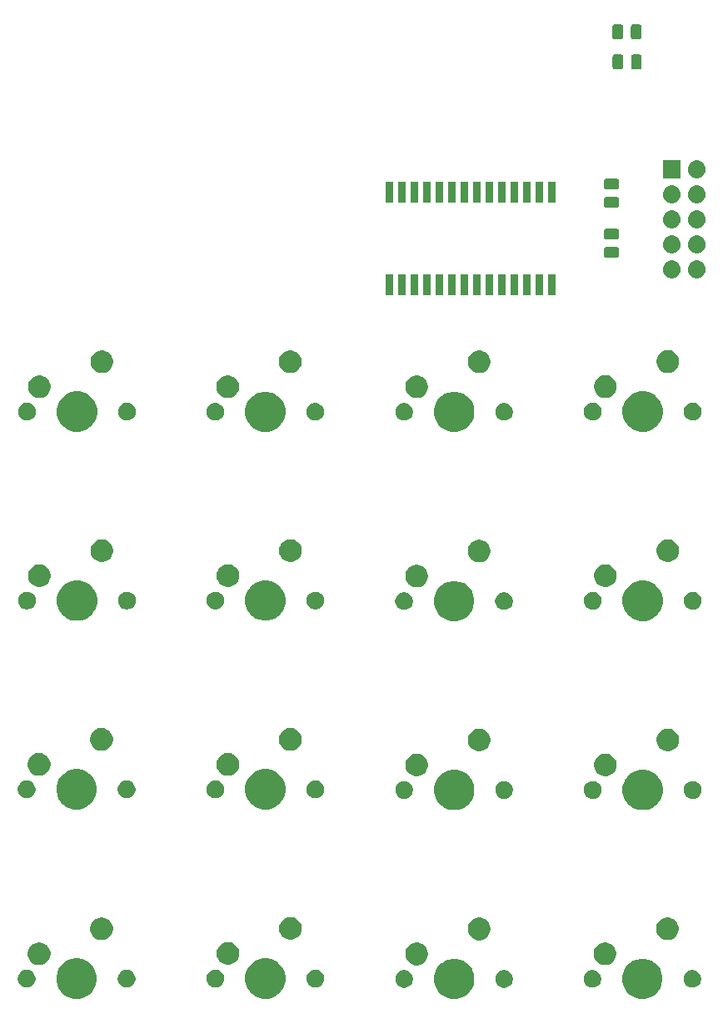
<source format=gbr>
G04 #@! TF.GenerationSoftware,KiCad,Pcbnew,5.0.2-bee76a0~70~ubuntu18.10.1*
G04 #@! TF.CreationDate,2019-05-27T16:03:46+10:00*
G04 #@! TF.ProjectId,keyboard,6b657962-6f61-4726-942e-6b696361645f,rev?*
G04 #@! TF.SameCoordinates,Original*
G04 #@! TF.FileFunction,Soldermask,Top*
G04 #@! TF.FilePolarity,Negative*
%FSLAX46Y46*%
G04 Gerber Fmt 4.6, Leading zero omitted, Abs format (unit mm)*
G04 Created by KiCad (PCBNEW 5.0.2-bee76a0~70~ubuntu18.10.1) date Mon 27 May 2019 16:03:46 AEST*
%MOMM*%
%LPD*%
G01*
G04 APERTURE LIST*
%ADD10C,0.100000*%
G04 APERTURE END LIST*
D10*
G36*
X86378252Y-174737818D02*
X86378254Y-174737819D01*
X86378255Y-174737819D01*
X86751513Y-174892427D01*
X87012606Y-175066884D01*
X87087439Y-175116886D01*
X87373114Y-175402561D01*
X87373116Y-175402564D01*
X87597573Y-175738487D01*
X87743898Y-176091748D01*
X87752182Y-176111748D01*
X87831000Y-176507993D01*
X87831000Y-176912007D01*
X87754171Y-177298255D01*
X87752181Y-177308255D01*
X87597573Y-177681513D01*
X87597572Y-177681514D01*
X87373114Y-178017439D01*
X87087439Y-178303114D01*
X87087436Y-178303116D01*
X86751513Y-178527573D01*
X86378255Y-178682181D01*
X86378254Y-178682181D01*
X86378252Y-178682182D01*
X85982007Y-178761000D01*
X85577993Y-178761000D01*
X85181748Y-178682182D01*
X85181746Y-178682181D01*
X85181745Y-178682181D01*
X84808487Y-178527573D01*
X84472564Y-178303116D01*
X84472561Y-178303114D01*
X84186886Y-178017439D01*
X83962428Y-177681514D01*
X83962427Y-177681513D01*
X83807819Y-177308255D01*
X83805830Y-177298255D01*
X83729000Y-176912007D01*
X83729000Y-176507993D01*
X83807818Y-176111748D01*
X83816102Y-176091748D01*
X83962427Y-175738487D01*
X84186884Y-175402564D01*
X84186886Y-175402561D01*
X84472561Y-175116886D01*
X84547394Y-175066884D01*
X84808487Y-174892427D01*
X85181745Y-174737819D01*
X85181746Y-174737819D01*
X85181748Y-174737818D01*
X85577993Y-174659000D01*
X85982007Y-174659000D01*
X86378252Y-174737818D01*
X86378252Y-174737818D01*
G37*
G36*
X105508252Y-174727818D02*
X105508254Y-174727819D01*
X105508255Y-174727819D01*
X105881513Y-174882427D01*
X106157572Y-175066884D01*
X106217439Y-175106886D01*
X106503114Y-175392561D01*
X106503116Y-175392564D01*
X106727573Y-175728487D01*
X106878039Y-176091745D01*
X106882182Y-176101748D01*
X106961000Y-176497993D01*
X106961000Y-176902007D01*
X106884171Y-177288255D01*
X106882181Y-177298255D01*
X106727573Y-177671513D01*
X106529843Y-177967436D01*
X106503114Y-178007439D01*
X106217439Y-178293114D01*
X106217436Y-178293116D01*
X105881513Y-178517573D01*
X105508255Y-178672181D01*
X105508254Y-178672181D01*
X105508252Y-178672182D01*
X105112007Y-178751000D01*
X104707993Y-178751000D01*
X104311748Y-178672182D01*
X104311746Y-178672181D01*
X104311745Y-178672181D01*
X103938487Y-178517573D01*
X103602564Y-178293116D01*
X103602561Y-178293114D01*
X103316886Y-178007439D01*
X103290157Y-177967436D01*
X103092427Y-177671513D01*
X102937819Y-177298255D01*
X102935830Y-177288255D01*
X102859000Y-176902007D01*
X102859000Y-176497993D01*
X102937818Y-176101748D01*
X102941961Y-176091745D01*
X103092427Y-175728487D01*
X103316884Y-175392564D01*
X103316886Y-175392561D01*
X103602561Y-175106886D01*
X103662428Y-175066884D01*
X103938487Y-174882427D01*
X104311745Y-174727819D01*
X104311746Y-174727819D01*
X104311748Y-174727818D01*
X104707993Y-174649000D01*
X105112007Y-174649000D01*
X105508252Y-174727818D01*
X105508252Y-174727818D01*
G37*
G36*
X47998252Y-174717818D02*
X47998254Y-174717819D01*
X47998255Y-174717819D01*
X48371513Y-174872427D01*
X48658279Y-175064038D01*
X48707439Y-175096886D01*
X48993114Y-175382561D01*
X48993116Y-175382564D01*
X49217573Y-175718487D01*
X49372181Y-176091745D01*
X49372182Y-176091748D01*
X49451000Y-176487993D01*
X49451000Y-176892007D01*
X49372957Y-177284357D01*
X49372181Y-177288255D01*
X49217573Y-177661513D01*
X49013161Y-177967436D01*
X48993114Y-177997439D01*
X48707439Y-178283114D01*
X48707436Y-178283116D01*
X48371513Y-178507573D01*
X47998255Y-178662181D01*
X47998254Y-178662181D01*
X47998252Y-178662182D01*
X47602007Y-178741000D01*
X47197993Y-178741000D01*
X46801748Y-178662182D01*
X46801746Y-178662181D01*
X46801745Y-178662181D01*
X46428487Y-178507573D01*
X46092564Y-178283116D01*
X46092561Y-178283114D01*
X45806886Y-177997439D01*
X45786839Y-177967436D01*
X45582427Y-177661513D01*
X45427819Y-177288255D01*
X45427044Y-177284357D01*
X45349000Y-176892007D01*
X45349000Y-176487993D01*
X45427818Y-176091748D01*
X45427819Y-176091745D01*
X45582427Y-175718487D01*
X45806884Y-175382564D01*
X45806886Y-175382561D01*
X46092561Y-175096886D01*
X46141721Y-175064038D01*
X46428487Y-174872427D01*
X46801745Y-174717819D01*
X46801746Y-174717819D01*
X46801748Y-174717818D01*
X47197993Y-174639000D01*
X47602007Y-174639000D01*
X47998252Y-174717818D01*
X47998252Y-174717818D01*
G37*
G36*
X67188252Y-174687818D02*
X67188254Y-174687819D01*
X67188255Y-174687819D01*
X67561513Y-174842427D01*
X67863245Y-175044038D01*
X67897439Y-175066886D01*
X68183114Y-175352561D01*
X68183116Y-175352564D01*
X68407573Y-175688487D01*
X68562181Y-176061745D01*
X68562182Y-176061748D01*
X68641000Y-176457993D01*
X68641000Y-176862007D01*
X68566936Y-177234354D01*
X68562181Y-177258255D01*
X68407573Y-177631513D01*
X68387527Y-177661514D01*
X68183114Y-177967439D01*
X67897439Y-178253114D01*
X67897436Y-178253116D01*
X67561513Y-178477573D01*
X67188255Y-178632181D01*
X67188254Y-178632181D01*
X67188252Y-178632182D01*
X66792007Y-178711000D01*
X66387993Y-178711000D01*
X65991748Y-178632182D01*
X65991746Y-178632181D01*
X65991745Y-178632181D01*
X65618487Y-178477573D01*
X65282564Y-178253116D01*
X65282561Y-178253114D01*
X64996886Y-177967439D01*
X64792473Y-177661514D01*
X64772427Y-177631513D01*
X64617819Y-177258255D01*
X64613065Y-177234354D01*
X64539000Y-176862007D01*
X64539000Y-176457993D01*
X64617818Y-176061748D01*
X64617819Y-176061745D01*
X64772427Y-175688487D01*
X64996884Y-175352564D01*
X64996886Y-175352561D01*
X65282561Y-175066886D01*
X65316755Y-175044038D01*
X65618487Y-174842427D01*
X65991745Y-174687819D01*
X65991746Y-174687819D01*
X65991748Y-174687818D01*
X66387993Y-174609000D01*
X66792007Y-174609000D01*
X67188252Y-174687818D01*
X67188252Y-174687818D01*
G37*
G36*
X80962812Y-175843624D02*
X81126784Y-175911544D01*
X81274354Y-176010147D01*
X81399853Y-176135646D01*
X81498456Y-176283216D01*
X81566376Y-176447188D01*
X81601000Y-176621259D01*
X81601000Y-176798741D01*
X81566376Y-176972812D01*
X81498456Y-177136784D01*
X81399853Y-177284354D01*
X81274354Y-177409853D01*
X81126784Y-177508456D01*
X80962812Y-177576376D01*
X80788741Y-177611000D01*
X80611259Y-177611000D01*
X80437188Y-177576376D01*
X80273216Y-177508456D01*
X80125646Y-177409853D01*
X80000147Y-177284354D01*
X79901544Y-177136784D01*
X79833624Y-176972812D01*
X79799000Y-176798741D01*
X79799000Y-176621259D01*
X79833624Y-176447188D01*
X79901544Y-176283216D01*
X80000147Y-176135646D01*
X80125646Y-176010147D01*
X80273216Y-175911544D01*
X80437188Y-175843624D01*
X80611259Y-175809000D01*
X80788741Y-175809000D01*
X80962812Y-175843624D01*
X80962812Y-175843624D01*
G37*
G36*
X91122812Y-175843624D02*
X91286784Y-175911544D01*
X91434354Y-176010147D01*
X91559853Y-176135646D01*
X91658456Y-176283216D01*
X91726376Y-176447188D01*
X91761000Y-176621259D01*
X91761000Y-176798741D01*
X91726376Y-176972812D01*
X91658456Y-177136784D01*
X91559853Y-177284354D01*
X91434354Y-177409853D01*
X91286784Y-177508456D01*
X91122812Y-177576376D01*
X90948741Y-177611000D01*
X90771259Y-177611000D01*
X90597188Y-177576376D01*
X90433216Y-177508456D01*
X90285646Y-177409853D01*
X90160147Y-177284354D01*
X90061544Y-177136784D01*
X89993624Y-176972812D01*
X89959000Y-176798741D01*
X89959000Y-176621259D01*
X89993624Y-176447188D01*
X90061544Y-176283216D01*
X90160147Y-176135646D01*
X90285646Y-176010147D01*
X90433216Y-175911544D01*
X90597188Y-175843624D01*
X90771259Y-175809000D01*
X90948741Y-175809000D01*
X91122812Y-175843624D01*
X91122812Y-175843624D01*
G37*
G36*
X110252812Y-175833624D02*
X110416784Y-175901544D01*
X110564354Y-176000147D01*
X110689853Y-176125646D01*
X110788456Y-176273216D01*
X110856376Y-176437188D01*
X110891000Y-176611259D01*
X110891000Y-176788741D01*
X110856376Y-176962812D01*
X110788456Y-177126784D01*
X110689853Y-177274354D01*
X110564354Y-177399853D01*
X110416784Y-177498456D01*
X110252812Y-177566376D01*
X110078741Y-177601000D01*
X109901259Y-177601000D01*
X109727188Y-177566376D01*
X109563216Y-177498456D01*
X109415646Y-177399853D01*
X109290147Y-177274354D01*
X109191544Y-177126784D01*
X109123624Y-176962812D01*
X109089000Y-176788741D01*
X109089000Y-176611259D01*
X109123624Y-176437188D01*
X109191544Y-176273216D01*
X109290147Y-176125646D01*
X109415646Y-176000147D01*
X109563216Y-175901544D01*
X109727188Y-175833624D01*
X109901259Y-175799000D01*
X110078741Y-175799000D01*
X110252812Y-175833624D01*
X110252812Y-175833624D01*
G37*
G36*
X100092812Y-175833624D02*
X100256784Y-175901544D01*
X100404354Y-176000147D01*
X100529853Y-176125646D01*
X100628456Y-176273216D01*
X100696376Y-176437188D01*
X100731000Y-176611259D01*
X100731000Y-176788741D01*
X100696376Y-176962812D01*
X100628456Y-177126784D01*
X100529853Y-177274354D01*
X100404354Y-177399853D01*
X100256784Y-177498456D01*
X100092812Y-177566376D01*
X99918741Y-177601000D01*
X99741259Y-177601000D01*
X99567188Y-177566376D01*
X99403216Y-177498456D01*
X99255646Y-177399853D01*
X99130147Y-177274354D01*
X99031544Y-177126784D01*
X98963624Y-176962812D01*
X98929000Y-176788741D01*
X98929000Y-176611259D01*
X98963624Y-176437188D01*
X99031544Y-176273216D01*
X99130147Y-176125646D01*
X99255646Y-176000147D01*
X99403216Y-175901544D01*
X99567188Y-175833624D01*
X99741259Y-175799000D01*
X99918741Y-175799000D01*
X100092812Y-175833624D01*
X100092812Y-175833624D01*
G37*
G36*
X52742812Y-175823624D02*
X52906784Y-175891544D01*
X53054354Y-175990147D01*
X53179853Y-176115646D01*
X53278456Y-176263216D01*
X53346376Y-176427188D01*
X53381000Y-176601259D01*
X53381000Y-176778741D01*
X53346376Y-176952812D01*
X53278456Y-177116784D01*
X53179853Y-177264354D01*
X53054354Y-177389853D01*
X52906784Y-177488456D01*
X52742812Y-177556376D01*
X52568741Y-177591000D01*
X52391259Y-177591000D01*
X52217188Y-177556376D01*
X52053216Y-177488456D01*
X51905646Y-177389853D01*
X51780147Y-177264354D01*
X51681544Y-177116784D01*
X51613624Y-176952812D01*
X51579000Y-176778741D01*
X51579000Y-176601259D01*
X51613624Y-176427188D01*
X51681544Y-176263216D01*
X51780147Y-176115646D01*
X51905646Y-175990147D01*
X52053216Y-175891544D01*
X52217188Y-175823624D01*
X52391259Y-175789000D01*
X52568741Y-175789000D01*
X52742812Y-175823624D01*
X52742812Y-175823624D01*
G37*
G36*
X42582812Y-175823624D02*
X42746784Y-175891544D01*
X42894354Y-175990147D01*
X43019853Y-176115646D01*
X43118456Y-176263216D01*
X43186376Y-176427188D01*
X43221000Y-176601259D01*
X43221000Y-176778741D01*
X43186376Y-176952812D01*
X43118456Y-177116784D01*
X43019853Y-177264354D01*
X42894354Y-177389853D01*
X42746784Y-177488456D01*
X42582812Y-177556376D01*
X42408741Y-177591000D01*
X42231259Y-177591000D01*
X42057188Y-177556376D01*
X41893216Y-177488456D01*
X41745646Y-177389853D01*
X41620147Y-177264354D01*
X41521544Y-177116784D01*
X41453624Y-176952812D01*
X41419000Y-176778741D01*
X41419000Y-176601259D01*
X41453624Y-176427188D01*
X41521544Y-176263216D01*
X41620147Y-176115646D01*
X41745646Y-175990147D01*
X41893216Y-175891544D01*
X42057188Y-175823624D01*
X42231259Y-175789000D01*
X42408741Y-175789000D01*
X42582812Y-175823624D01*
X42582812Y-175823624D01*
G37*
G36*
X61772812Y-175793624D02*
X61936784Y-175861544D01*
X62084354Y-175960147D01*
X62209853Y-176085646D01*
X62308456Y-176233216D01*
X62376376Y-176397188D01*
X62411000Y-176571259D01*
X62411000Y-176748741D01*
X62376376Y-176922812D01*
X62308456Y-177086784D01*
X62209853Y-177234354D01*
X62084354Y-177359853D01*
X61936784Y-177458456D01*
X61772812Y-177526376D01*
X61598741Y-177561000D01*
X61421259Y-177561000D01*
X61247188Y-177526376D01*
X61083216Y-177458456D01*
X60935646Y-177359853D01*
X60810147Y-177234354D01*
X60711544Y-177086784D01*
X60643624Y-176922812D01*
X60609000Y-176748741D01*
X60609000Y-176571259D01*
X60643624Y-176397188D01*
X60711544Y-176233216D01*
X60810147Y-176085646D01*
X60935646Y-175960147D01*
X61083216Y-175861544D01*
X61247188Y-175793624D01*
X61421259Y-175759000D01*
X61598741Y-175759000D01*
X61772812Y-175793624D01*
X61772812Y-175793624D01*
G37*
G36*
X71932812Y-175793624D02*
X72096784Y-175861544D01*
X72244354Y-175960147D01*
X72369853Y-176085646D01*
X72468456Y-176233216D01*
X72536376Y-176397188D01*
X72571000Y-176571259D01*
X72571000Y-176748741D01*
X72536376Y-176922812D01*
X72468456Y-177086784D01*
X72369853Y-177234354D01*
X72244354Y-177359853D01*
X72096784Y-177458456D01*
X71932812Y-177526376D01*
X71758741Y-177561000D01*
X71581259Y-177561000D01*
X71407188Y-177526376D01*
X71243216Y-177458456D01*
X71095646Y-177359853D01*
X70970147Y-177234354D01*
X70871544Y-177086784D01*
X70803624Y-176922812D01*
X70769000Y-176748741D01*
X70769000Y-176571259D01*
X70803624Y-176397188D01*
X70871544Y-176233216D01*
X70970147Y-176085646D01*
X71095646Y-175960147D01*
X71243216Y-175861544D01*
X71407188Y-175793624D01*
X71581259Y-175759000D01*
X71758741Y-175759000D01*
X71932812Y-175793624D01*
X71932812Y-175793624D01*
G37*
G36*
X82305734Y-173063232D02*
X82515202Y-173149996D01*
X82703723Y-173275962D01*
X82864038Y-173436277D01*
X82990004Y-173624798D01*
X83076768Y-173834266D01*
X83121000Y-174056635D01*
X83121000Y-174283365D01*
X83076768Y-174505734D01*
X82990004Y-174715202D01*
X82864038Y-174903723D01*
X82703723Y-175064038D01*
X82515202Y-175190004D01*
X82305734Y-175276768D01*
X82083365Y-175321000D01*
X81856635Y-175321000D01*
X81634266Y-175276768D01*
X81424798Y-175190004D01*
X81236277Y-175064038D01*
X81075962Y-174903723D01*
X80949996Y-174715202D01*
X80863232Y-174505734D01*
X80819000Y-174283365D01*
X80819000Y-174056635D01*
X80863232Y-173834266D01*
X80949996Y-173624798D01*
X81075962Y-173436277D01*
X81236277Y-173275962D01*
X81424798Y-173149996D01*
X81634266Y-173063232D01*
X81856635Y-173019000D01*
X82083365Y-173019000D01*
X82305734Y-173063232D01*
X82305734Y-173063232D01*
G37*
G36*
X101435734Y-173053232D02*
X101645202Y-173139996D01*
X101833723Y-173265962D01*
X101994038Y-173426277D01*
X102120004Y-173614798D01*
X102206768Y-173824266D01*
X102251000Y-174046635D01*
X102251000Y-174273365D01*
X102206768Y-174495734D01*
X102120004Y-174705202D01*
X101994038Y-174893723D01*
X101833723Y-175054038D01*
X101645202Y-175180004D01*
X101435734Y-175266768D01*
X101213365Y-175311000D01*
X100986635Y-175311000D01*
X100764266Y-175266768D01*
X100554798Y-175180004D01*
X100366277Y-175054038D01*
X100205962Y-174893723D01*
X100079996Y-174705202D01*
X99993232Y-174495734D01*
X99949000Y-174273365D01*
X99949000Y-174046635D01*
X99993232Y-173824266D01*
X100079996Y-173614798D01*
X100205962Y-173426277D01*
X100366277Y-173265962D01*
X100554798Y-173139996D01*
X100764266Y-173053232D01*
X100986635Y-173009000D01*
X101213365Y-173009000D01*
X101435734Y-173053232D01*
X101435734Y-173053232D01*
G37*
G36*
X43925734Y-173043232D02*
X44135202Y-173129996D01*
X44323723Y-173255962D01*
X44484038Y-173416277D01*
X44610004Y-173604798D01*
X44696768Y-173814266D01*
X44741000Y-174036635D01*
X44741000Y-174263365D01*
X44696768Y-174485734D01*
X44610004Y-174695202D01*
X44484038Y-174883723D01*
X44323723Y-175044038D01*
X44135202Y-175170004D01*
X43925734Y-175256768D01*
X43703365Y-175301000D01*
X43476635Y-175301000D01*
X43254266Y-175256768D01*
X43044798Y-175170004D01*
X42856277Y-175044038D01*
X42695962Y-174883723D01*
X42569996Y-174695202D01*
X42483232Y-174485734D01*
X42439000Y-174263365D01*
X42439000Y-174036635D01*
X42483232Y-173814266D01*
X42569996Y-173604798D01*
X42695962Y-173416277D01*
X42856277Y-173255962D01*
X43044798Y-173129996D01*
X43254266Y-173043232D01*
X43476635Y-172999000D01*
X43703365Y-172999000D01*
X43925734Y-173043232D01*
X43925734Y-173043232D01*
G37*
G36*
X63115734Y-173013232D02*
X63325202Y-173099996D01*
X63513723Y-173225962D01*
X63674038Y-173386277D01*
X63800004Y-173574798D01*
X63886768Y-173784266D01*
X63931000Y-174006635D01*
X63931000Y-174233365D01*
X63886768Y-174455734D01*
X63800004Y-174665202D01*
X63674038Y-174853723D01*
X63513723Y-175014038D01*
X63325202Y-175140004D01*
X63115734Y-175226768D01*
X62893365Y-175271000D01*
X62666635Y-175271000D01*
X62444266Y-175226768D01*
X62234798Y-175140004D01*
X62046277Y-175014038D01*
X61885962Y-174853723D01*
X61759996Y-174665202D01*
X61673232Y-174455734D01*
X61629000Y-174233365D01*
X61629000Y-174006635D01*
X61673232Y-173784266D01*
X61759996Y-173574798D01*
X61885962Y-173386277D01*
X62046277Y-173225962D01*
X62234798Y-173099996D01*
X62444266Y-173013232D01*
X62666635Y-172969000D01*
X62893365Y-172969000D01*
X63115734Y-173013232D01*
X63115734Y-173013232D01*
G37*
G36*
X88655734Y-170523232D02*
X88865202Y-170609996D01*
X89053723Y-170735962D01*
X89214038Y-170896277D01*
X89340004Y-171084798D01*
X89426768Y-171294266D01*
X89471000Y-171516635D01*
X89471000Y-171743365D01*
X89426768Y-171965734D01*
X89340004Y-172175202D01*
X89214038Y-172363723D01*
X89053723Y-172524038D01*
X88865202Y-172650004D01*
X88655734Y-172736768D01*
X88433365Y-172781000D01*
X88206635Y-172781000D01*
X87984266Y-172736768D01*
X87774798Y-172650004D01*
X87586277Y-172524038D01*
X87425962Y-172363723D01*
X87299996Y-172175202D01*
X87213232Y-171965734D01*
X87169000Y-171743365D01*
X87169000Y-171516635D01*
X87213232Y-171294266D01*
X87299996Y-171084798D01*
X87425962Y-170896277D01*
X87586277Y-170735962D01*
X87774798Y-170609996D01*
X87984266Y-170523232D01*
X88206635Y-170479000D01*
X88433365Y-170479000D01*
X88655734Y-170523232D01*
X88655734Y-170523232D01*
G37*
G36*
X107785734Y-170513232D02*
X107995202Y-170599996D01*
X108183723Y-170725962D01*
X108344038Y-170886277D01*
X108470004Y-171074798D01*
X108556768Y-171284266D01*
X108601000Y-171506635D01*
X108601000Y-171733365D01*
X108556768Y-171955734D01*
X108470004Y-172165202D01*
X108344038Y-172353723D01*
X108183723Y-172514038D01*
X107995202Y-172640004D01*
X107785734Y-172726768D01*
X107563365Y-172771000D01*
X107336635Y-172771000D01*
X107114266Y-172726768D01*
X106904798Y-172640004D01*
X106716277Y-172514038D01*
X106555962Y-172353723D01*
X106429996Y-172165202D01*
X106343232Y-171955734D01*
X106299000Y-171733365D01*
X106299000Y-171506635D01*
X106343232Y-171284266D01*
X106429996Y-171074798D01*
X106555962Y-170886277D01*
X106716277Y-170725962D01*
X106904798Y-170599996D01*
X107114266Y-170513232D01*
X107336635Y-170469000D01*
X107563365Y-170469000D01*
X107785734Y-170513232D01*
X107785734Y-170513232D01*
G37*
G36*
X50275734Y-170503232D02*
X50485202Y-170589996D01*
X50673723Y-170715962D01*
X50834038Y-170876277D01*
X50960004Y-171064798D01*
X51046768Y-171274266D01*
X51091000Y-171496635D01*
X51091000Y-171723365D01*
X51046768Y-171945734D01*
X50960004Y-172155202D01*
X50834038Y-172343723D01*
X50673723Y-172504038D01*
X50485202Y-172630004D01*
X50275734Y-172716768D01*
X50053365Y-172761000D01*
X49826635Y-172761000D01*
X49604266Y-172716768D01*
X49394798Y-172630004D01*
X49206277Y-172504038D01*
X49045962Y-172343723D01*
X48919996Y-172155202D01*
X48833232Y-171945734D01*
X48789000Y-171723365D01*
X48789000Y-171496635D01*
X48833232Y-171274266D01*
X48919996Y-171064798D01*
X49045962Y-170876277D01*
X49206277Y-170715962D01*
X49394798Y-170589996D01*
X49604266Y-170503232D01*
X49826635Y-170459000D01*
X50053365Y-170459000D01*
X50275734Y-170503232D01*
X50275734Y-170503232D01*
G37*
G36*
X69465734Y-170473232D02*
X69675202Y-170559996D01*
X69863723Y-170685962D01*
X70024038Y-170846277D01*
X70150004Y-171034798D01*
X70236768Y-171244266D01*
X70281000Y-171466635D01*
X70281000Y-171693365D01*
X70236768Y-171915734D01*
X70150004Y-172125202D01*
X70024038Y-172313723D01*
X69863723Y-172474038D01*
X69675202Y-172600004D01*
X69465734Y-172686768D01*
X69243365Y-172731000D01*
X69016635Y-172731000D01*
X68794266Y-172686768D01*
X68584798Y-172600004D01*
X68396277Y-172474038D01*
X68235962Y-172313723D01*
X68109996Y-172125202D01*
X68023232Y-171915734D01*
X67979000Y-171693365D01*
X67979000Y-171466635D01*
X68023232Y-171244266D01*
X68109996Y-171034798D01*
X68235962Y-170846277D01*
X68396277Y-170685962D01*
X68584798Y-170559996D01*
X68794266Y-170473232D01*
X69016635Y-170429000D01*
X69243365Y-170429000D01*
X69465734Y-170473232D01*
X69465734Y-170473232D01*
G37*
G36*
X105548252Y-155547818D02*
X105548254Y-155547819D01*
X105548255Y-155547819D01*
X105921513Y-155702427D01*
X106252905Y-155923857D01*
X106257439Y-155926886D01*
X106543114Y-156212561D01*
X106543116Y-156212564D01*
X106767573Y-156548487D01*
X106907227Y-156885643D01*
X106922182Y-156921748D01*
X107001000Y-157317993D01*
X107001000Y-157722007D01*
X106926936Y-158094354D01*
X106922181Y-158118255D01*
X106767573Y-158491513D01*
X106767572Y-158491514D01*
X106543114Y-158827439D01*
X106257439Y-159113114D01*
X106257436Y-159113116D01*
X105921513Y-159337573D01*
X105548255Y-159492181D01*
X105548254Y-159492181D01*
X105548252Y-159492182D01*
X105152007Y-159571000D01*
X104747993Y-159571000D01*
X104351748Y-159492182D01*
X104351746Y-159492181D01*
X104351745Y-159492181D01*
X103978487Y-159337573D01*
X103642564Y-159113116D01*
X103642561Y-159113114D01*
X103356886Y-158827439D01*
X103132428Y-158491514D01*
X103132427Y-158491513D01*
X102977819Y-158118255D01*
X102973065Y-158094354D01*
X102899000Y-157722007D01*
X102899000Y-157317993D01*
X102977818Y-156921748D01*
X102992773Y-156885643D01*
X103132427Y-156548487D01*
X103356884Y-156212564D01*
X103356886Y-156212561D01*
X103642561Y-155926886D01*
X103647095Y-155923857D01*
X103978487Y-155702427D01*
X104351745Y-155547819D01*
X104351746Y-155547819D01*
X104351748Y-155547818D01*
X104747993Y-155469000D01*
X105152007Y-155469000D01*
X105548252Y-155547818D01*
X105548252Y-155547818D01*
G37*
G36*
X86378252Y-155547818D02*
X86378254Y-155547819D01*
X86378255Y-155547819D01*
X86751513Y-155702427D01*
X87082905Y-155923857D01*
X87087439Y-155926886D01*
X87373114Y-156212561D01*
X87373116Y-156212564D01*
X87597573Y-156548487D01*
X87737227Y-156885643D01*
X87752182Y-156921748D01*
X87831000Y-157317993D01*
X87831000Y-157722007D01*
X87756936Y-158094354D01*
X87752181Y-158118255D01*
X87597573Y-158491513D01*
X87597572Y-158491514D01*
X87373114Y-158827439D01*
X87087439Y-159113114D01*
X87087436Y-159113116D01*
X86751513Y-159337573D01*
X86378255Y-159492181D01*
X86378254Y-159492181D01*
X86378252Y-159492182D01*
X85982007Y-159571000D01*
X85577993Y-159571000D01*
X85181748Y-159492182D01*
X85181746Y-159492181D01*
X85181745Y-159492181D01*
X84808487Y-159337573D01*
X84472564Y-159113116D01*
X84472561Y-159113114D01*
X84186886Y-158827439D01*
X83962428Y-158491514D01*
X83962427Y-158491513D01*
X83807819Y-158118255D01*
X83803065Y-158094354D01*
X83729000Y-157722007D01*
X83729000Y-157317993D01*
X83807818Y-156921748D01*
X83822773Y-156885643D01*
X83962427Y-156548487D01*
X84186884Y-156212564D01*
X84186886Y-156212561D01*
X84472561Y-155926886D01*
X84477095Y-155923857D01*
X84808487Y-155702427D01*
X85181745Y-155547819D01*
X85181746Y-155547819D01*
X85181748Y-155547818D01*
X85577993Y-155469000D01*
X85982007Y-155469000D01*
X86378252Y-155547818D01*
X86378252Y-155547818D01*
G37*
G36*
X47998252Y-155487818D02*
X47998254Y-155487819D01*
X47998255Y-155487819D01*
X48371513Y-155642427D01*
X48702905Y-155863857D01*
X48707439Y-155866886D01*
X48993114Y-156152561D01*
X48993116Y-156152564D01*
X49217573Y-156488487D01*
X49354952Y-156820150D01*
X49372182Y-156861748D01*
X49451000Y-157257993D01*
X49451000Y-157662007D01*
X49376936Y-158034354D01*
X49372181Y-158058255D01*
X49217573Y-158431513D01*
X48996143Y-158762905D01*
X48993114Y-158767439D01*
X48707439Y-159053114D01*
X48707436Y-159053116D01*
X48371513Y-159277573D01*
X47998255Y-159432181D01*
X47998254Y-159432181D01*
X47998252Y-159432182D01*
X47602007Y-159511000D01*
X47197993Y-159511000D01*
X46801748Y-159432182D01*
X46801746Y-159432181D01*
X46801745Y-159432181D01*
X46428487Y-159277573D01*
X46092564Y-159053116D01*
X46092561Y-159053114D01*
X45806886Y-158767439D01*
X45803857Y-158762905D01*
X45582427Y-158431513D01*
X45427819Y-158058255D01*
X45423065Y-158034354D01*
X45349000Y-157662007D01*
X45349000Y-157257993D01*
X45427818Y-156861748D01*
X45445048Y-156820150D01*
X45582427Y-156488487D01*
X45806884Y-156152564D01*
X45806886Y-156152561D01*
X46092561Y-155866886D01*
X46097095Y-155863857D01*
X46428487Y-155642427D01*
X46801745Y-155487819D01*
X46801746Y-155487819D01*
X46801748Y-155487818D01*
X47197993Y-155409000D01*
X47602007Y-155409000D01*
X47998252Y-155487818D01*
X47998252Y-155487818D01*
G37*
G36*
X67188252Y-155487818D02*
X67188254Y-155487819D01*
X67188255Y-155487819D01*
X67561513Y-155642427D01*
X67892905Y-155863857D01*
X67897439Y-155866886D01*
X68183114Y-156152561D01*
X68183116Y-156152564D01*
X68407573Y-156488487D01*
X68544952Y-156820150D01*
X68562182Y-156861748D01*
X68641000Y-157257993D01*
X68641000Y-157662007D01*
X68566936Y-158034354D01*
X68562181Y-158058255D01*
X68407573Y-158431513D01*
X68186143Y-158762905D01*
X68183114Y-158767439D01*
X67897439Y-159053114D01*
X67897436Y-159053116D01*
X67561513Y-159277573D01*
X67188255Y-159432181D01*
X67188254Y-159432181D01*
X67188252Y-159432182D01*
X66792007Y-159511000D01*
X66387993Y-159511000D01*
X65991748Y-159432182D01*
X65991746Y-159432181D01*
X65991745Y-159432181D01*
X65618487Y-159277573D01*
X65282564Y-159053116D01*
X65282561Y-159053114D01*
X64996886Y-158767439D01*
X64993857Y-158762905D01*
X64772427Y-158431513D01*
X64617819Y-158058255D01*
X64613065Y-158034354D01*
X64539000Y-157662007D01*
X64539000Y-157257993D01*
X64617818Y-156861748D01*
X64635048Y-156820150D01*
X64772427Y-156488487D01*
X64996884Y-156152564D01*
X64996886Y-156152561D01*
X65282561Y-155866886D01*
X65287095Y-155863857D01*
X65618487Y-155642427D01*
X65991745Y-155487819D01*
X65991746Y-155487819D01*
X65991748Y-155487818D01*
X66387993Y-155409000D01*
X66792007Y-155409000D01*
X67188252Y-155487818D01*
X67188252Y-155487818D01*
G37*
G36*
X80962812Y-156653624D02*
X81126784Y-156721544D01*
X81274354Y-156820147D01*
X81399853Y-156945646D01*
X81498456Y-157093216D01*
X81566376Y-157257188D01*
X81601000Y-157431259D01*
X81601000Y-157608741D01*
X81566376Y-157782812D01*
X81498456Y-157946784D01*
X81399853Y-158094354D01*
X81274354Y-158219853D01*
X81126784Y-158318456D01*
X80962812Y-158386376D01*
X80788741Y-158421000D01*
X80611259Y-158421000D01*
X80437188Y-158386376D01*
X80273216Y-158318456D01*
X80125646Y-158219853D01*
X80000147Y-158094354D01*
X79901544Y-157946784D01*
X79833624Y-157782812D01*
X79799000Y-157608741D01*
X79799000Y-157431259D01*
X79833624Y-157257188D01*
X79901544Y-157093216D01*
X80000147Y-156945646D01*
X80125646Y-156820147D01*
X80273216Y-156721544D01*
X80437188Y-156653624D01*
X80611259Y-156619000D01*
X80788741Y-156619000D01*
X80962812Y-156653624D01*
X80962812Y-156653624D01*
G37*
G36*
X110292812Y-156653624D02*
X110456784Y-156721544D01*
X110604354Y-156820147D01*
X110729853Y-156945646D01*
X110828456Y-157093216D01*
X110896376Y-157257188D01*
X110931000Y-157431259D01*
X110931000Y-157608741D01*
X110896376Y-157782812D01*
X110828456Y-157946784D01*
X110729853Y-158094354D01*
X110604354Y-158219853D01*
X110456784Y-158318456D01*
X110292812Y-158386376D01*
X110118741Y-158421000D01*
X109941259Y-158421000D01*
X109767188Y-158386376D01*
X109603216Y-158318456D01*
X109455646Y-158219853D01*
X109330147Y-158094354D01*
X109231544Y-157946784D01*
X109163624Y-157782812D01*
X109129000Y-157608741D01*
X109129000Y-157431259D01*
X109163624Y-157257188D01*
X109231544Y-157093216D01*
X109330147Y-156945646D01*
X109455646Y-156820147D01*
X109603216Y-156721544D01*
X109767188Y-156653624D01*
X109941259Y-156619000D01*
X110118741Y-156619000D01*
X110292812Y-156653624D01*
X110292812Y-156653624D01*
G37*
G36*
X100132812Y-156653624D02*
X100296784Y-156721544D01*
X100444354Y-156820147D01*
X100569853Y-156945646D01*
X100668456Y-157093216D01*
X100736376Y-157257188D01*
X100771000Y-157431259D01*
X100771000Y-157608741D01*
X100736376Y-157782812D01*
X100668456Y-157946784D01*
X100569853Y-158094354D01*
X100444354Y-158219853D01*
X100296784Y-158318456D01*
X100132812Y-158386376D01*
X99958741Y-158421000D01*
X99781259Y-158421000D01*
X99607188Y-158386376D01*
X99443216Y-158318456D01*
X99295646Y-158219853D01*
X99170147Y-158094354D01*
X99071544Y-157946784D01*
X99003624Y-157782812D01*
X98969000Y-157608741D01*
X98969000Y-157431259D01*
X99003624Y-157257188D01*
X99071544Y-157093216D01*
X99170147Y-156945646D01*
X99295646Y-156820147D01*
X99443216Y-156721544D01*
X99607188Y-156653624D01*
X99781259Y-156619000D01*
X99958741Y-156619000D01*
X100132812Y-156653624D01*
X100132812Y-156653624D01*
G37*
G36*
X91122812Y-156653624D02*
X91286784Y-156721544D01*
X91434354Y-156820147D01*
X91559853Y-156945646D01*
X91658456Y-157093216D01*
X91726376Y-157257188D01*
X91761000Y-157431259D01*
X91761000Y-157608741D01*
X91726376Y-157782812D01*
X91658456Y-157946784D01*
X91559853Y-158094354D01*
X91434354Y-158219853D01*
X91286784Y-158318456D01*
X91122812Y-158386376D01*
X90948741Y-158421000D01*
X90771259Y-158421000D01*
X90597188Y-158386376D01*
X90433216Y-158318456D01*
X90285646Y-158219853D01*
X90160147Y-158094354D01*
X90061544Y-157946784D01*
X89993624Y-157782812D01*
X89959000Y-157608741D01*
X89959000Y-157431259D01*
X89993624Y-157257188D01*
X90061544Y-157093216D01*
X90160147Y-156945646D01*
X90285646Y-156820147D01*
X90433216Y-156721544D01*
X90597188Y-156653624D01*
X90771259Y-156619000D01*
X90948741Y-156619000D01*
X91122812Y-156653624D01*
X91122812Y-156653624D01*
G37*
G36*
X61772812Y-156593624D02*
X61936784Y-156661544D01*
X62084354Y-156760147D01*
X62209853Y-156885646D01*
X62308456Y-157033216D01*
X62376376Y-157197188D01*
X62411000Y-157371259D01*
X62411000Y-157548741D01*
X62376376Y-157722812D01*
X62308456Y-157886784D01*
X62209853Y-158034354D01*
X62084354Y-158159853D01*
X61936784Y-158258456D01*
X61772812Y-158326376D01*
X61598741Y-158361000D01*
X61421259Y-158361000D01*
X61247188Y-158326376D01*
X61083216Y-158258456D01*
X60935646Y-158159853D01*
X60810147Y-158034354D01*
X60711544Y-157886784D01*
X60643624Y-157722812D01*
X60609000Y-157548741D01*
X60609000Y-157371259D01*
X60643624Y-157197188D01*
X60711544Y-157033216D01*
X60810147Y-156885646D01*
X60935646Y-156760147D01*
X61083216Y-156661544D01*
X61247188Y-156593624D01*
X61421259Y-156559000D01*
X61598741Y-156559000D01*
X61772812Y-156593624D01*
X61772812Y-156593624D01*
G37*
G36*
X71932812Y-156593624D02*
X72096784Y-156661544D01*
X72244354Y-156760147D01*
X72369853Y-156885646D01*
X72468456Y-157033216D01*
X72536376Y-157197188D01*
X72571000Y-157371259D01*
X72571000Y-157548741D01*
X72536376Y-157722812D01*
X72468456Y-157886784D01*
X72369853Y-158034354D01*
X72244354Y-158159853D01*
X72096784Y-158258456D01*
X71932812Y-158326376D01*
X71758741Y-158361000D01*
X71581259Y-158361000D01*
X71407188Y-158326376D01*
X71243216Y-158258456D01*
X71095646Y-158159853D01*
X70970147Y-158034354D01*
X70871544Y-157886784D01*
X70803624Y-157722812D01*
X70769000Y-157548741D01*
X70769000Y-157371259D01*
X70803624Y-157197188D01*
X70871544Y-157033216D01*
X70970147Y-156885646D01*
X71095646Y-156760147D01*
X71243216Y-156661544D01*
X71407188Y-156593624D01*
X71581259Y-156559000D01*
X71758741Y-156559000D01*
X71932812Y-156593624D01*
X71932812Y-156593624D01*
G37*
G36*
X52742812Y-156593624D02*
X52906784Y-156661544D01*
X53054354Y-156760147D01*
X53179853Y-156885646D01*
X53278456Y-157033216D01*
X53346376Y-157197188D01*
X53381000Y-157371259D01*
X53381000Y-157548741D01*
X53346376Y-157722812D01*
X53278456Y-157886784D01*
X53179853Y-158034354D01*
X53054354Y-158159853D01*
X52906784Y-158258456D01*
X52742812Y-158326376D01*
X52568741Y-158361000D01*
X52391259Y-158361000D01*
X52217188Y-158326376D01*
X52053216Y-158258456D01*
X51905646Y-158159853D01*
X51780147Y-158034354D01*
X51681544Y-157886784D01*
X51613624Y-157722812D01*
X51579000Y-157548741D01*
X51579000Y-157371259D01*
X51613624Y-157197188D01*
X51681544Y-157033216D01*
X51780147Y-156885646D01*
X51905646Y-156760147D01*
X52053216Y-156661544D01*
X52217188Y-156593624D01*
X52391259Y-156559000D01*
X52568741Y-156559000D01*
X52742812Y-156593624D01*
X52742812Y-156593624D01*
G37*
G36*
X42582812Y-156593624D02*
X42746784Y-156661544D01*
X42894354Y-156760147D01*
X43019853Y-156885646D01*
X43118456Y-157033216D01*
X43186376Y-157197188D01*
X43221000Y-157371259D01*
X43221000Y-157548741D01*
X43186376Y-157722812D01*
X43118456Y-157886784D01*
X43019853Y-158034354D01*
X42894354Y-158159853D01*
X42746784Y-158258456D01*
X42582812Y-158326376D01*
X42408741Y-158361000D01*
X42231259Y-158361000D01*
X42057188Y-158326376D01*
X41893216Y-158258456D01*
X41745646Y-158159853D01*
X41620147Y-158034354D01*
X41521544Y-157886784D01*
X41453624Y-157722812D01*
X41419000Y-157548741D01*
X41419000Y-157371259D01*
X41453624Y-157197188D01*
X41521544Y-157033216D01*
X41620147Y-156885646D01*
X41745646Y-156760147D01*
X41893216Y-156661544D01*
X42057188Y-156593624D01*
X42231259Y-156559000D01*
X42408741Y-156559000D01*
X42582812Y-156593624D01*
X42582812Y-156593624D01*
G37*
G36*
X82305734Y-153873232D02*
X82515202Y-153959996D01*
X82703723Y-154085962D01*
X82864038Y-154246277D01*
X82990004Y-154434798D01*
X83076768Y-154644266D01*
X83121000Y-154866635D01*
X83121000Y-155093365D01*
X83076768Y-155315734D01*
X82990004Y-155525202D01*
X82864038Y-155713723D01*
X82703723Y-155874038D01*
X82515202Y-156000004D01*
X82305734Y-156086768D01*
X82083365Y-156131000D01*
X81856635Y-156131000D01*
X81634266Y-156086768D01*
X81424798Y-156000004D01*
X81236277Y-155874038D01*
X81075962Y-155713723D01*
X80949996Y-155525202D01*
X80863232Y-155315734D01*
X80819000Y-155093365D01*
X80819000Y-154866635D01*
X80863232Y-154644266D01*
X80949996Y-154434798D01*
X81075962Y-154246277D01*
X81236277Y-154085962D01*
X81424798Y-153959996D01*
X81634266Y-153873232D01*
X81856635Y-153829000D01*
X82083365Y-153829000D01*
X82305734Y-153873232D01*
X82305734Y-153873232D01*
G37*
G36*
X101475734Y-153873232D02*
X101685202Y-153959996D01*
X101873723Y-154085962D01*
X102034038Y-154246277D01*
X102160004Y-154434798D01*
X102246768Y-154644266D01*
X102291000Y-154866635D01*
X102291000Y-155093365D01*
X102246768Y-155315734D01*
X102160004Y-155525202D01*
X102034038Y-155713723D01*
X101873723Y-155874038D01*
X101685202Y-156000004D01*
X101475734Y-156086768D01*
X101253365Y-156131000D01*
X101026635Y-156131000D01*
X100804266Y-156086768D01*
X100594798Y-156000004D01*
X100406277Y-155874038D01*
X100245962Y-155713723D01*
X100119996Y-155525202D01*
X100033232Y-155315734D01*
X99989000Y-155093365D01*
X99989000Y-154866635D01*
X100033232Y-154644266D01*
X100119996Y-154434798D01*
X100245962Y-154246277D01*
X100406277Y-154085962D01*
X100594798Y-153959996D01*
X100804266Y-153873232D01*
X101026635Y-153829000D01*
X101253365Y-153829000D01*
X101475734Y-153873232D01*
X101475734Y-153873232D01*
G37*
G36*
X43925734Y-153813232D02*
X44135202Y-153899996D01*
X44323723Y-154025962D01*
X44484038Y-154186277D01*
X44610004Y-154374798D01*
X44696768Y-154584266D01*
X44741000Y-154806635D01*
X44741000Y-155033365D01*
X44696768Y-155255734D01*
X44610004Y-155465202D01*
X44484038Y-155653723D01*
X44323723Y-155814038D01*
X44135202Y-155940004D01*
X43925734Y-156026768D01*
X43703365Y-156071000D01*
X43476635Y-156071000D01*
X43254266Y-156026768D01*
X43044798Y-155940004D01*
X42856277Y-155814038D01*
X42695962Y-155653723D01*
X42569996Y-155465202D01*
X42483232Y-155255734D01*
X42439000Y-155033365D01*
X42439000Y-154806635D01*
X42483232Y-154584266D01*
X42569996Y-154374798D01*
X42695962Y-154186277D01*
X42856277Y-154025962D01*
X43044798Y-153899996D01*
X43254266Y-153813232D01*
X43476635Y-153769000D01*
X43703365Y-153769000D01*
X43925734Y-153813232D01*
X43925734Y-153813232D01*
G37*
G36*
X63115734Y-153813232D02*
X63325202Y-153899996D01*
X63513723Y-154025962D01*
X63674038Y-154186277D01*
X63800004Y-154374798D01*
X63886768Y-154584266D01*
X63931000Y-154806635D01*
X63931000Y-155033365D01*
X63886768Y-155255734D01*
X63800004Y-155465202D01*
X63674038Y-155653723D01*
X63513723Y-155814038D01*
X63325202Y-155940004D01*
X63115734Y-156026768D01*
X62893365Y-156071000D01*
X62666635Y-156071000D01*
X62444266Y-156026768D01*
X62234798Y-155940004D01*
X62046277Y-155814038D01*
X61885962Y-155653723D01*
X61759996Y-155465202D01*
X61673232Y-155255734D01*
X61629000Y-155033365D01*
X61629000Y-154806635D01*
X61673232Y-154584266D01*
X61759996Y-154374798D01*
X61885962Y-154186277D01*
X62046277Y-154025962D01*
X62234798Y-153899996D01*
X62444266Y-153813232D01*
X62666635Y-153769000D01*
X62893365Y-153769000D01*
X63115734Y-153813232D01*
X63115734Y-153813232D01*
G37*
G36*
X107825734Y-151333232D02*
X108035202Y-151419996D01*
X108223723Y-151545962D01*
X108384038Y-151706277D01*
X108510004Y-151894798D01*
X108596768Y-152104266D01*
X108641000Y-152326635D01*
X108641000Y-152553365D01*
X108596768Y-152775734D01*
X108510004Y-152985202D01*
X108384038Y-153173723D01*
X108223723Y-153334038D01*
X108035202Y-153460004D01*
X107825734Y-153546768D01*
X107603365Y-153591000D01*
X107376635Y-153591000D01*
X107154266Y-153546768D01*
X106944798Y-153460004D01*
X106756277Y-153334038D01*
X106595962Y-153173723D01*
X106469996Y-152985202D01*
X106383232Y-152775734D01*
X106339000Y-152553365D01*
X106339000Y-152326635D01*
X106383232Y-152104266D01*
X106469996Y-151894798D01*
X106595962Y-151706277D01*
X106756277Y-151545962D01*
X106944798Y-151419996D01*
X107154266Y-151333232D01*
X107376635Y-151289000D01*
X107603365Y-151289000D01*
X107825734Y-151333232D01*
X107825734Y-151333232D01*
G37*
G36*
X88655734Y-151333232D02*
X88865202Y-151419996D01*
X89053723Y-151545962D01*
X89214038Y-151706277D01*
X89340004Y-151894798D01*
X89426768Y-152104266D01*
X89471000Y-152326635D01*
X89471000Y-152553365D01*
X89426768Y-152775734D01*
X89340004Y-152985202D01*
X89214038Y-153173723D01*
X89053723Y-153334038D01*
X88865202Y-153460004D01*
X88655734Y-153546768D01*
X88433365Y-153591000D01*
X88206635Y-153591000D01*
X87984266Y-153546768D01*
X87774798Y-153460004D01*
X87586277Y-153334038D01*
X87425962Y-153173723D01*
X87299996Y-152985202D01*
X87213232Y-152775734D01*
X87169000Y-152553365D01*
X87169000Y-152326635D01*
X87213232Y-152104266D01*
X87299996Y-151894798D01*
X87425962Y-151706277D01*
X87586277Y-151545962D01*
X87774798Y-151419996D01*
X87984266Y-151333232D01*
X88206635Y-151289000D01*
X88433365Y-151289000D01*
X88655734Y-151333232D01*
X88655734Y-151333232D01*
G37*
G36*
X69465734Y-151273232D02*
X69675202Y-151359996D01*
X69863723Y-151485962D01*
X70024038Y-151646277D01*
X70150004Y-151834798D01*
X70236768Y-152044266D01*
X70281000Y-152266635D01*
X70281000Y-152493365D01*
X70236768Y-152715734D01*
X70150004Y-152925202D01*
X70024038Y-153113723D01*
X69863723Y-153274038D01*
X69675202Y-153400004D01*
X69465734Y-153486768D01*
X69243365Y-153531000D01*
X69016635Y-153531000D01*
X68794266Y-153486768D01*
X68584798Y-153400004D01*
X68396277Y-153274038D01*
X68235962Y-153113723D01*
X68109996Y-152925202D01*
X68023232Y-152715734D01*
X67979000Y-152493365D01*
X67979000Y-152266635D01*
X68023232Y-152044266D01*
X68109996Y-151834798D01*
X68235962Y-151646277D01*
X68396277Y-151485962D01*
X68584798Y-151359996D01*
X68794266Y-151273232D01*
X69016635Y-151229000D01*
X69243365Y-151229000D01*
X69465734Y-151273232D01*
X69465734Y-151273232D01*
G37*
G36*
X50275734Y-151273232D02*
X50485202Y-151359996D01*
X50673723Y-151485962D01*
X50834038Y-151646277D01*
X50960004Y-151834798D01*
X51046768Y-152044266D01*
X51091000Y-152266635D01*
X51091000Y-152493365D01*
X51046768Y-152715734D01*
X50960004Y-152925202D01*
X50834038Y-153113723D01*
X50673723Y-153274038D01*
X50485202Y-153400004D01*
X50275734Y-153486768D01*
X50053365Y-153531000D01*
X49826635Y-153531000D01*
X49604266Y-153486768D01*
X49394798Y-153400004D01*
X49206277Y-153274038D01*
X49045962Y-153113723D01*
X48919996Y-152925202D01*
X48833232Y-152715734D01*
X48789000Y-152493365D01*
X48789000Y-152266635D01*
X48833232Y-152044266D01*
X48919996Y-151834798D01*
X49045962Y-151646277D01*
X49206277Y-151485962D01*
X49394798Y-151359996D01*
X49604266Y-151273232D01*
X49826635Y-151229000D01*
X50053365Y-151229000D01*
X50275734Y-151273232D01*
X50275734Y-151273232D01*
G37*
G36*
X86368252Y-136377818D02*
X86368254Y-136377819D01*
X86368255Y-136377819D01*
X86741513Y-136532427D01*
X87002606Y-136706884D01*
X87077439Y-136756886D01*
X87363114Y-137042561D01*
X87363116Y-137042564D01*
X87587573Y-137378487D01*
X87742181Y-137751745D01*
X87742182Y-137751748D01*
X87821000Y-138147993D01*
X87821000Y-138552007D01*
X87746936Y-138924354D01*
X87742181Y-138948255D01*
X87587573Y-139321513D01*
X87587572Y-139321514D01*
X87363114Y-139657439D01*
X87077439Y-139943114D01*
X87077436Y-139943116D01*
X86741513Y-140167573D01*
X86368255Y-140322181D01*
X86368254Y-140322181D01*
X86368252Y-140322182D01*
X85972007Y-140401000D01*
X85567993Y-140401000D01*
X85171748Y-140322182D01*
X85171746Y-140322181D01*
X85171745Y-140322181D01*
X84798487Y-140167573D01*
X84462564Y-139943116D01*
X84462561Y-139943114D01*
X84176886Y-139657439D01*
X83952428Y-139321514D01*
X83952427Y-139321513D01*
X83797819Y-138948255D01*
X83793065Y-138924354D01*
X83719000Y-138552007D01*
X83719000Y-138147993D01*
X83797818Y-137751748D01*
X83797819Y-137751745D01*
X83952427Y-137378487D01*
X84176884Y-137042564D01*
X84176886Y-137042561D01*
X84462561Y-136756886D01*
X84537394Y-136706884D01*
X84798487Y-136532427D01*
X85171745Y-136377819D01*
X85171746Y-136377819D01*
X85171748Y-136377818D01*
X85567993Y-136299000D01*
X85972007Y-136299000D01*
X86368252Y-136377818D01*
X86368252Y-136377818D01*
G37*
G36*
X105548252Y-136337818D02*
X105548254Y-136337819D01*
X105548255Y-136337819D01*
X105921513Y-136492427D01*
X106227504Y-136696884D01*
X106257439Y-136716886D01*
X106543114Y-137002561D01*
X106543116Y-137002564D01*
X106767573Y-137338487D01*
X106913898Y-137691748D01*
X106922182Y-137711748D01*
X107001000Y-138107993D01*
X107001000Y-138512007D01*
X106924171Y-138898255D01*
X106922181Y-138908255D01*
X106767573Y-139281513D01*
X106767572Y-139281514D01*
X106543114Y-139617439D01*
X106257439Y-139903114D01*
X106257436Y-139903116D01*
X105921513Y-140127573D01*
X105548255Y-140282181D01*
X105548254Y-140282181D01*
X105548252Y-140282182D01*
X105152007Y-140361000D01*
X104747993Y-140361000D01*
X104351748Y-140282182D01*
X104351746Y-140282181D01*
X104351745Y-140282181D01*
X103978487Y-140127573D01*
X103642564Y-139903116D01*
X103642561Y-139903114D01*
X103356886Y-139617439D01*
X103132428Y-139281514D01*
X103132427Y-139281513D01*
X102977819Y-138908255D01*
X102975830Y-138898255D01*
X102899000Y-138512007D01*
X102899000Y-138107993D01*
X102977818Y-137711748D01*
X102986102Y-137691748D01*
X103132427Y-137338487D01*
X103356884Y-137002564D01*
X103356886Y-137002561D01*
X103642561Y-136716886D01*
X103672496Y-136696884D01*
X103978487Y-136492427D01*
X104351745Y-136337819D01*
X104351746Y-136337819D01*
X104351748Y-136337818D01*
X104747993Y-136259000D01*
X105152007Y-136259000D01*
X105548252Y-136337818D01*
X105548252Y-136337818D01*
G37*
G36*
X48038252Y-136327818D02*
X48038254Y-136327819D01*
X48038255Y-136327819D01*
X48411513Y-136482427D01*
X48732470Y-136696884D01*
X48747439Y-136706886D01*
X49033114Y-136992561D01*
X49033116Y-136992564D01*
X49257573Y-137328487D01*
X49408039Y-137691745D01*
X49412182Y-137701748D01*
X49491000Y-138097993D01*
X49491000Y-138502007D01*
X49414171Y-138888255D01*
X49412181Y-138898255D01*
X49257573Y-139271513D01*
X49224164Y-139321513D01*
X49033114Y-139607439D01*
X48747439Y-139893114D01*
X48747436Y-139893116D01*
X48411513Y-140117573D01*
X48038255Y-140272181D01*
X48038254Y-140272181D01*
X48038252Y-140272182D01*
X47642007Y-140351000D01*
X47237993Y-140351000D01*
X46841748Y-140272182D01*
X46841746Y-140272181D01*
X46841745Y-140272181D01*
X46468487Y-140117573D01*
X46132564Y-139893116D01*
X46132561Y-139893114D01*
X45846886Y-139607439D01*
X45655836Y-139321513D01*
X45622427Y-139271513D01*
X45467819Y-138898255D01*
X45465830Y-138888255D01*
X45389000Y-138502007D01*
X45389000Y-138097993D01*
X45467818Y-137701748D01*
X45471961Y-137691745D01*
X45622427Y-137328487D01*
X45846884Y-136992564D01*
X45846886Y-136992561D01*
X46132561Y-136706886D01*
X46147530Y-136696884D01*
X46468487Y-136482427D01*
X46841745Y-136327819D01*
X46841746Y-136327819D01*
X46841748Y-136327818D01*
X47237993Y-136249000D01*
X47642007Y-136249000D01*
X48038252Y-136327818D01*
X48038252Y-136327818D01*
G37*
G36*
X67188252Y-136317818D02*
X67188254Y-136317819D01*
X67188255Y-136317819D01*
X67561513Y-136472427D01*
X67848279Y-136664038D01*
X67897439Y-136696886D01*
X68183114Y-136982561D01*
X68183116Y-136982564D01*
X68407573Y-137318487D01*
X68544952Y-137650150D01*
X68562182Y-137691748D01*
X68641000Y-138087993D01*
X68641000Y-138492007D01*
X68562957Y-138884357D01*
X68562181Y-138888255D01*
X68407573Y-139261513D01*
X68186143Y-139592905D01*
X68183114Y-139597439D01*
X67897439Y-139883114D01*
X67897436Y-139883116D01*
X67561513Y-140107573D01*
X67188255Y-140262181D01*
X67188254Y-140262181D01*
X67188252Y-140262182D01*
X66792007Y-140341000D01*
X66387993Y-140341000D01*
X65991748Y-140262182D01*
X65991746Y-140262181D01*
X65991745Y-140262181D01*
X65618487Y-140107573D01*
X65282564Y-139883116D01*
X65282561Y-139883114D01*
X64996886Y-139597439D01*
X64993857Y-139592905D01*
X64772427Y-139261513D01*
X64617819Y-138888255D01*
X64617044Y-138884357D01*
X64539000Y-138492007D01*
X64539000Y-138087993D01*
X64617818Y-137691748D01*
X64635048Y-137650150D01*
X64772427Y-137318487D01*
X64996884Y-136982564D01*
X64996886Y-136982561D01*
X65282561Y-136696886D01*
X65331721Y-136664038D01*
X65618487Y-136472427D01*
X65991745Y-136317819D01*
X65991746Y-136317819D01*
X65991748Y-136317818D01*
X66387993Y-136239000D01*
X66792007Y-136239000D01*
X67188252Y-136317818D01*
X67188252Y-136317818D01*
G37*
G36*
X91112812Y-137483624D02*
X91276784Y-137551544D01*
X91424354Y-137650147D01*
X91549853Y-137775646D01*
X91648456Y-137923216D01*
X91716376Y-138087188D01*
X91751000Y-138261259D01*
X91751000Y-138438741D01*
X91716376Y-138612812D01*
X91648456Y-138776784D01*
X91549853Y-138924354D01*
X91424354Y-139049853D01*
X91276784Y-139148456D01*
X91112812Y-139216376D01*
X90938741Y-139251000D01*
X90761259Y-139251000D01*
X90587188Y-139216376D01*
X90423216Y-139148456D01*
X90275646Y-139049853D01*
X90150147Y-138924354D01*
X90051544Y-138776784D01*
X89983624Y-138612812D01*
X89949000Y-138438741D01*
X89949000Y-138261259D01*
X89983624Y-138087188D01*
X90051544Y-137923216D01*
X90150147Y-137775646D01*
X90275646Y-137650147D01*
X90423216Y-137551544D01*
X90587188Y-137483624D01*
X90761259Y-137449000D01*
X90938741Y-137449000D01*
X91112812Y-137483624D01*
X91112812Y-137483624D01*
G37*
G36*
X80952812Y-137483624D02*
X81116784Y-137551544D01*
X81264354Y-137650147D01*
X81389853Y-137775646D01*
X81488456Y-137923216D01*
X81556376Y-138087188D01*
X81591000Y-138261259D01*
X81591000Y-138438741D01*
X81556376Y-138612812D01*
X81488456Y-138776784D01*
X81389853Y-138924354D01*
X81264354Y-139049853D01*
X81116784Y-139148456D01*
X80952812Y-139216376D01*
X80778741Y-139251000D01*
X80601259Y-139251000D01*
X80427188Y-139216376D01*
X80263216Y-139148456D01*
X80115646Y-139049853D01*
X79990147Y-138924354D01*
X79891544Y-138776784D01*
X79823624Y-138612812D01*
X79789000Y-138438741D01*
X79789000Y-138261259D01*
X79823624Y-138087188D01*
X79891544Y-137923216D01*
X79990147Y-137775646D01*
X80115646Y-137650147D01*
X80263216Y-137551544D01*
X80427188Y-137483624D01*
X80601259Y-137449000D01*
X80778741Y-137449000D01*
X80952812Y-137483624D01*
X80952812Y-137483624D01*
G37*
G36*
X100132812Y-137443624D02*
X100296784Y-137511544D01*
X100444354Y-137610147D01*
X100569853Y-137735646D01*
X100668456Y-137883216D01*
X100736376Y-138047188D01*
X100771000Y-138221259D01*
X100771000Y-138398741D01*
X100736376Y-138572812D01*
X100668456Y-138736784D01*
X100569853Y-138884354D01*
X100444354Y-139009853D01*
X100296784Y-139108456D01*
X100132812Y-139176376D01*
X99958741Y-139211000D01*
X99781259Y-139211000D01*
X99607188Y-139176376D01*
X99443216Y-139108456D01*
X99295646Y-139009853D01*
X99170147Y-138884354D01*
X99071544Y-138736784D01*
X99003624Y-138572812D01*
X98969000Y-138398741D01*
X98969000Y-138221259D01*
X99003624Y-138047188D01*
X99071544Y-137883216D01*
X99170147Y-137735646D01*
X99295646Y-137610147D01*
X99443216Y-137511544D01*
X99607188Y-137443624D01*
X99781259Y-137409000D01*
X99958741Y-137409000D01*
X100132812Y-137443624D01*
X100132812Y-137443624D01*
G37*
G36*
X110292812Y-137443624D02*
X110456784Y-137511544D01*
X110604354Y-137610147D01*
X110729853Y-137735646D01*
X110828456Y-137883216D01*
X110896376Y-138047188D01*
X110931000Y-138221259D01*
X110931000Y-138398741D01*
X110896376Y-138572812D01*
X110828456Y-138736784D01*
X110729853Y-138884354D01*
X110604354Y-139009853D01*
X110456784Y-139108456D01*
X110292812Y-139176376D01*
X110118741Y-139211000D01*
X109941259Y-139211000D01*
X109767188Y-139176376D01*
X109603216Y-139108456D01*
X109455646Y-139009853D01*
X109330147Y-138884354D01*
X109231544Y-138736784D01*
X109163624Y-138572812D01*
X109129000Y-138398741D01*
X109129000Y-138221259D01*
X109163624Y-138047188D01*
X109231544Y-137883216D01*
X109330147Y-137735646D01*
X109455646Y-137610147D01*
X109603216Y-137511544D01*
X109767188Y-137443624D01*
X109941259Y-137409000D01*
X110118741Y-137409000D01*
X110292812Y-137443624D01*
X110292812Y-137443624D01*
G37*
G36*
X42622812Y-137433624D02*
X42786784Y-137501544D01*
X42934354Y-137600147D01*
X43059853Y-137725646D01*
X43158456Y-137873216D01*
X43226376Y-138037188D01*
X43261000Y-138211259D01*
X43261000Y-138388741D01*
X43226376Y-138562812D01*
X43158456Y-138726784D01*
X43059853Y-138874354D01*
X42934354Y-138999853D01*
X42786784Y-139098456D01*
X42622812Y-139166376D01*
X42448741Y-139201000D01*
X42271259Y-139201000D01*
X42097188Y-139166376D01*
X41933216Y-139098456D01*
X41785646Y-138999853D01*
X41660147Y-138874354D01*
X41561544Y-138726784D01*
X41493624Y-138562812D01*
X41459000Y-138388741D01*
X41459000Y-138211259D01*
X41493624Y-138037188D01*
X41561544Y-137873216D01*
X41660147Y-137725646D01*
X41785646Y-137600147D01*
X41933216Y-137501544D01*
X42097188Y-137433624D01*
X42271259Y-137399000D01*
X42448741Y-137399000D01*
X42622812Y-137433624D01*
X42622812Y-137433624D01*
G37*
G36*
X52782812Y-137433624D02*
X52946784Y-137501544D01*
X53094354Y-137600147D01*
X53219853Y-137725646D01*
X53318456Y-137873216D01*
X53386376Y-138037188D01*
X53421000Y-138211259D01*
X53421000Y-138388741D01*
X53386376Y-138562812D01*
X53318456Y-138726784D01*
X53219853Y-138874354D01*
X53094354Y-138999853D01*
X52946784Y-139098456D01*
X52782812Y-139166376D01*
X52608741Y-139201000D01*
X52431259Y-139201000D01*
X52257188Y-139166376D01*
X52093216Y-139098456D01*
X51945646Y-138999853D01*
X51820147Y-138874354D01*
X51721544Y-138726784D01*
X51653624Y-138562812D01*
X51619000Y-138388741D01*
X51619000Y-138211259D01*
X51653624Y-138037188D01*
X51721544Y-137873216D01*
X51820147Y-137725646D01*
X51945646Y-137600147D01*
X52093216Y-137501544D01*
X52257188Y-137433624D01*
X52431259Y-137399000D01*
X52608741Y-137399000D01*
X52782812Y-137433624D01*
X52782812Y-137433624D01*
G37*
G36*
X61772812Y-137423624D02*
X61936784Y-137491544D01*
X62084354Y-137590147D01*
X62209853Y-137715646D01*
X62308456Y-137863216D01*
X62376376Y-138027188D01*
X62411000Y-138201259D01*
X62411000Y-138378741D01*
X62376376Y-138552812D01*
X62308456Y-138716784D01*
X62209853Y-138864354D01*
X62084354Y-138989853D01*
X61936784Y-139088456D01*
X61772812Y-139156376D01*
X61598741Y-139191000D01*
X61421259Y-139191000D01*
X61247188Y-139156376D01*
X61083216Y-139088456D01*
X60935646Y-138989853D01*
X60810147Y-138864354D01*
X60711544Y-138716784D01*
X60643624Y-138552812D01*
X60609000Y-138378741D01*
X60609000Y-138201259D01*
X60643624Y-138027188D01*
X60711544Y-137863216D01*
X60810147Y-137715646D01*
X60935646Y-137590147D01*
X61083216Y-137491544D01*
X61247188Y-137423624D01*
X61421259Y-137389000D01*
X61598741Y-137389000D01*
X61772812Y-137423624D01*
X61772812Y-137423624D01*
G37*
G36*
X71932812Y-137423624D02*
X72096784Y-137491544D01*
X72244354Y-137590147D01*
X72369853Y-137715646D01*
X72468456Y-137863216D01*
X72536376Y-138027188D01*
X72571000Y-138201259D01*
X72571000Y-138378741D01*
X72536376Y-138552812D01*
X72468456Y-138716784D01*
X72369853Y-138864354D01*
X72244354Y-138989853D01*
X72096784Y-139088456D01*
X71932812Y-139156376D01*
X71758741Y-139191000D01*
X71581259Y-139191000D01*
X71407188Y-139156376D01*
X71243216Y-139088456D01*
X71095646Y-138989853D01*
X70970147Y-138864354D01*
X70871544Y-138716784D01*
X70803624Y-138552812D01*
X70769000Y-138378741D01*
X70769000Y-138201259D01*
X70803624Y-138027188D01*
X70871544Y-137863216D01*
X70970147Y-137715646D01*
X71095646Y-137590147D01*
X71243216Y-137491544D01*
X71407188Y-137423624D01*
X71581259Y-137389000D01*
X71758741Y-137389000D01*
X71932812Y-137423624D01*
X71932812Y-137423624D01*
G37*
G36*
X82295734Y-134703232D02*
X82505202Y-134789996D01*
X82693723Y-134915962D01*
X82854038Y-135076277D01*
X82980004Y-135264798D01*
X83066768Y-135474266D01*
X83111000Y-135696635D01*
X83111000Y-135923365D01*
X83066768Y-136145734D01*
X82980004Y-136355202D01*
X82854038Y-136543723D01*
X82693723Y-136704038D01*
X82505202Y-136830004D01*
X82295734Y-136916768D01*
X82073365Y-136961000D01*
X81846635Y-136961000D01*
X81624266Y-136916768D01*
X81414798Y-136830004D01*
X81226277Y-136704038D01*
X81065962Y-136543723D01*
X80939996Y-136355202D01*
X80853232Y-136145734D01*
X80809000Y-135923365D01*
X80809000Y-135696635D01*
X80853232Y-135474266D01*
X80939996Y-135264798D01*
X81065962Y-135076277D01*
X81226277Y-134915962D01*
X81414798Y-134789996D01*
X81624266Y-134703232D01*
X81846635Y-134659000D01*
X82073365Y-134659000D01*
X82295734Y-134703232D01*
X82295734Y-134703232D01*
G37*
G36*
X101475734Y-134663232D02*
X101685202Y-134749996D01*
X101873723Y-134875962D01*
X102034038Y-135036277D01*
X102160004Y-135224798D01*
X102246768Y-135434266D01*
X102291000Y-135656635D01*
X102291000Y-135883365D01*
X102246768Y-136105734D01*
X102160004Y-136315202D01*
X102034038Y-136503723D01*
X101873723Y-136664038D01*
X101685202Y-136790004D01*
X101475734Y-136876768D01*
X101253365Y-136921000D01*
X101026635Y-136921000D01*
X100804266Y-136876768D01*
X100594798Y-136790004D01*
X100406277Y-136664038D01*
X100245962Y-136503723D01*
X100119996Y-136315202D01*
X100033232Y-136105734D01*
X99989000Y-135883365D01*
X99989000Y-135656635D01*
X100033232Y-135434266D01*
X100119996Y-135224798D01*
X100245962Y-135036277D01*
X100406277Y-134875962D01*
X100594798Y-134749996D01*
X100804266Y-134663232D01*
X101026635Y-134619000D01*
X101253365Y-134619000D01*
X101475734Y-134663232D01*
X101475734Y-134663232D01*
G37*
G36*
X43965734Y-134653232D02*
X44175202Y-134739996D01*
X44363723Y-134865962D01*
X44524038Y-135026277D01*
X44650004Y-135214798D01*
X44736768Y-135424266D01*
X44781000Y-135646635D01*
X44781000Y-135873365D01*
X44736768Y-136095734D01*
X44650004Y-136305202D01*
X44524038Y-136493723D01*
X44363723Y-136654038D01*
X44175202Y-136780004D01*
X43965734Y-136866768D01*
X43743365Y-136911000D01*
X43516635Y-136911000D01*
X43294266Y-136866768D01*
X43084798Y-136780004D01*
X42896277Y-136654038D01*
X42735962Y-136493723D01*
X42609996Y-136305202D01*
X42523232Y-136095734D01*
X42479000Y-135873365D01*
X42479000Y-135646635D01*
X42523232Y-135424266D01*
X42609996Y-135214798D01*
X42735962Y-135026277D01*
X42896277Y-134865962D01*
X43084798Y-134739996D01*
X43294266Y-134653232D01*
X43516635Y-134609000D01*
X43743365Y-134609000D01*
X43965734Y-134653232D01*
X43965734Y-134653232D01*
G37*
G36*
X63115734Y-134643232D02*
X63325202Y-134729996D01*
X63513723Y-134855962D01*
X63674038Y-135016277D01*
X63800004Y-135204798D01*
X63886768Y-135414266D01*
X63931000Y-135636635D01*
X63931000Y-135863365D01*
X63886768Y-136085734D01*
X63800004Y-136295202D01*
X63674038Y-136483723D01*
X63513723Y-136644038D01*
X63325202Y-136770004D01*
X63115734Y-136856768D01*
X62893365Y-136901000D01*
X62666635Y-136901000D01*
X62444266Y-136856768D01*
X62234798Y-136770004D01*
X62046277Y-136644038D01*
X61885962Y-136483723D01*
X61759996Y-136295202D01*
X61673232Y-136085734D01*
X61629000Y-135863365D01*
X61629000Y-135636635D01*
X61673232Y-135414266D01*
X61759996Y-135204798D01*
X61885962Y-135016277D01*
X62046277Y-134855962D01*
X62234798Y-134729996D01*
X62444266Y-134643232D01*
X62666635Y-134599000D01*
X62893365Y-134599000D01*
X63115734Y-134643232D01*
X63115734Y-134643232D01*
G37*
G36*
X88645734Y-132163232D02*
X88855202Y-132249996D01*
X89043723Y-132375962D01*
X89204038Y-132536277D01*
X89330004Y-132724798D01*
X89416768Y-132934266D01*
X89461000Y-133156635D01*
X89461000Y-133383365D01*
X89416768Y-133605734D01*
X89330004Y-133815202D01*
X89204038Y-134003723D01*
X89043723Y-134164038D01*
X88855202Y-134290004D01*
X88645734Y-134376768D01*
X88423365Y-134421000D01*
X88196635Y-134421000D01*
X87974266Y-134376768D01*
X87764798Y-134290004D01*
X87576277Y-134164038D01*
X87415962Y-134003723D01*
X87289996Y-133815202D01*
X87203232Y-133605734D01*
X87159000Y-133383365D01*
X87159000Y-133156635D01*
X87203232Y-132934266D01*
X87289996Y-132724798D01*
X87415962Y-132536277D01*
X87576277Y-132375962D01*
X87764798Y-132249996D01*
X87974266Y-132163232D01*
X88196635Y-132119000D01*
X88423365Y-132119000D01*
X88645734Y-132163232D01*
X88645734Y-132163232D01*
G37*
G36*
X107825734Y-132123232D02*
X108035202Y-132209996D01*
X108223723Y-132335962D01*
X108384038Y-132496277D01*
X108510004Y-132684798D01*
X108596768Y-132894266D01*
X108641000Y-133116635D01*
X108641000Y-133343365D01*
X108596768Y-133565734D01*
X108510004Y-133775202D01*
X108384038Y-133963723D01*
X108223723Y-134124038D01*
X108035202Y-134250004D01*
X107825734Y-134336768D01*
X107603365Y-134381000D01*
X107376635Y-134381000D01*
X107154266Y-134336768D01*
X106944798Y-134250004D01*
X106756277Y-134124038D01*
X106595962Y-133963723D01*
X106469996Y-133775202D01*
X106383232Y-133565734D01*
X106339000Y-133343365D01*
X106339000Y-133116635D01*
X106383232Y-132894266D01*
X106469996Y-132684798D01*
X106595962Y-132496277D01*
X106756277Y-132335962D01*
X106944798Y-132209996D01*
X107154266Y-132123232D01*
X107376635Y-132079000D01*
X107603365Y-132079000D01*
X107825734Y-132123232D01*
X107825734Y-132123232D01*
G37*
G36*
X50315734Y-132113232D02*
X50525202Y-132199996D01*
X50713723Y-132325962D01*
X50874038Y-132486277D01*
X51000004Y-132674798D01*
X51086768Y-132884266D01*
X51131000Y-133106635D01*
X51131000Y-133333365D01*
X51086768Y-133555734D01*
X51000004Y-133765202D01*
X50874038Y-133953723D01*
X50713723Y-134114038D01*
X50525202Y-134240004D01*
X50315734Y-134326768D01*
X50093365Y-134371000D01*
X49866635Y-134371000D01*
X49644266Y-134326768D01*
X49434798Y-134240004D01*
X49246277Y-134114038D01*
X49085962Y-133953723D01*
X48959996Y-133765202D01*
X48873232Y-133555734D01*
X48829000Y-133333365D01*
X48829000Y-133106635D01*
X48873232Y-132884266D01*
X48959996Y-132674798D01*
X49085962Y-132486277D01*
X49246277Y-132325962D01*
X49434798Y-132199996D01*
X49644266Y-132113232D01*
X49866635Y-132069000D01*
X50093365Y-132069000D01*
X50315734Y-132113232D01*
X50315734Y-132113232D01*
G37*
G36*
X69465734Y-132103232D02*
X69675202Y-132189996D01*
X69863723Y-132315962D01*
X70024038Y-132476277D01*
X70150004Y-132664798D01*
X70236768Y-132874266D01*
X70281000Y-133096635D01*
X70281000Y-133323365D01*
X70236768Y-133545734D01*
X70150004Y-133755202D01*
X70024038Y-133943723D01*
X69863723Y-134104038D01*
X69675202Y-134230004D01*
X69465734Y-134316768D01*
X69243365Y-134361000D01*
X69016635Y-134361000D01*
X68794266Y-134316768D01*
X68584798Y-134230004D01*
X68396277Y-134104038D01*
X68235962Y-133943723D01*
X68109996Y-133755202D01*
X68023232Y-133545734D01*
X67979000Y-133323365D01*
X67979000Y-133096635D01*
X68023232Y-132874266D01*
X68109996Y-132664798D01*
X68235962Y-132476277D01*
X68396277Y-132315962D01*
X68584798Y-132189996D01*
X68794266Y-132103232D01*
X69016635Y-132059000D01*
X69243365Y-132059000D01*
X69465734Y-132103232D01*
X69465734Y-132103232D01*
G37*
G36*
X67178252Y-117157818D02*
X67178254Y-117157819D01*
X67178255Y-117157819D01*
X67551513Y-117312427D01*
X67842538Y-117506884D01*
X67887439Y-117536886D01*
X68173114Y-117822561D01*
X68173116Y-117822564D01*
X68397573Y-118158487D01*
X68552181Y-118531745D01*
X68552182Y-118531748D01*
X68631000Y-118927993D01*
X68631000Y-119332007D01*
X68556160Y-119708255D01*
X68552181Y-119728255D01*
X68397573Y-120101513D01*
X68397572Y-120101514D01*
X68173114Y-120437439D01*
X67887439Y-120723114D01*
X67887436Y-120723116D01*
X67551513Y-120947573D01*
X67178255Y-121102181D01*
X67178254Y-121102181D01*
X67178252Y-121102182D01*
X66782007Y-121181000D01*
X66377993Y-121181000D01*
X65981748Y-121102182D01*
X65981746Y-121102181D01*
X65981745Y-121102181D01*
X65608487Y-120947573D01*
X65272564Y-120723116D01*
X65272561Y-120723114D01*
X64986886Y-120437439D01*
X64762428Y-120101514D01*
X64762427Y-120101513D01*
X64607819Y-119728255D01*
X64603841Y-119708255D01*
X64529000Y-119332007D01*
X64529000Y-118927993D01*
X64607818Y-118531748D01*
X64607819Y-118531745D01*
X64762427Y-118158487D01*
X64986884Y-117822564D01*
X64986886Y-117822561D01*
X65272561Y-117536886D01*
X65317462Y-117506884D01*
X65608487Y-117312427D01*
X65981745Y-117157819D01*
X65981746Y-117157819D01*
X65981748Y-117157818D01*
X66377993Y-117079000D01*
X66782007Y-117079000D01*
X67178252Y-117157818D01*
X67178252Y-117157818D01*
G37*
G36*
X86378252Y-117157818D02*
X86378254Y-117157819D01*
X86378255Y-117157819D01*
X86751513Y-117312427D01*
X87042538Y-117506884D01*
X87087439Y-117536886D01*
X87373114Y-117822561D01*
X87373116Y-117822564D01*
X87597573Y-118158487D01*
X87752181Y-118531745D01*
X87752182Y-118531748D01*
X87831000Y-118927993D01*
X87831000Y-119332007D01*
X87756160Y-119708255D01*
X87752181Y-119728255D01*
X87597573Y-120101513D01*
X87597572Y-120101514D01*
X87373114Y-120437439D01*
X87087439Y-120723114D01*
X87087436Y-120723116D01*
X86751513Y-120947573D01*
X86378255Y-121102181D01*
X86378254Y-121102181D01*
X86378252Y-121102182D01*
X85982007Y-121181000D01*
X85577993Y-121181000D01*
X85181748Y-121102182D01*
X85181746Y-121102181D01*
X85181745Y-121102181D01*
X84808487Y-120947573D01*
X84472564Y-120723116D01*
X84472561Y-120723114D01*
X84186886Y-120437439D01*
X83962428Y-120101514D01*
X83962427Y-120101513D01*
X83807819Y-119728255D01*
X83803841Y-119708255D01*
X83729000Y-119332007D01*
X83729000Y-118927993D01*
X83807818Y-118531748D01*
X83807819Y-118531745D01*
X83962427Y-118158487D01*
X84186884Y-117822564D01*
X84186886Y-117822561D01*
X84472561Y-117536886D01*
X84517462Y-117506884D01*
X84808487Y-117312427D01*
X85181745Y-117157819D01*
X85181746Y-117157819D01*
X85181748Y-117157818D01*
X85577993Y-117079000D01*
X85982007Y-117079000D01*
X86378252Y-117157818D01*
X86378252Y-117157818D01*
G37*
G36*
X48038252Y-117137818D02*
X48038254Y-117137819D01*
X48038255Y-117137819D01*
X48411513Y-117292427D01*
X48698279Y-117484038D01*
X48747439Y-117516886D01*
X49033114Y-117802561D01*
X49033116Y-117802564D01*
X49257573Y-118138487D01*
X49365957Y-118400150D01*
X49412182Y-118511748D01*
X49491000Y-118907993D01*
X49491000Y-119312007D01*
X49412957Y-119704357D01*
X49412181Y-119708255D01*
X49257573Y-120081513D01*
X49039798Y-120407436D01*
X49033114Y-120417439D01*
X48747439Y-120703114D01*
X48747436Y-120703116D01*
X48411513Y-120927573D01*
X48038255Y-121082181D01*
X48038254Y-121082181D01*
X48038252Y-121082182D01*
X47642007Y-121161000D01*
X47237993Y-121161000D01*
X46841748Y-121082182D01*
X46841746Y-121082181D01*
X46841745Y-121082181D01*
X46468487Y-120927573D01*
X46132564Y-120703116D01*
X46132561Y-120703114D01*
X45846886Y-120417439D01*
X45840202Y-120407436D01*
X45622427Y-120081513D01*
X45467819Y-119708255D01*
X45467044Y-119704357D01*
X45389000Y-119312007D01*
X45389000Y-118907993D01*
X45467818Y-118511748D01*
X45514043Y-118400150D01*
X45622427Y-118138487D01*
X45846884Y-117802564D01*
X45846886Y-117802561D01*
X46132561Y-117516886D01*
X46181721Y-117484038D01*
X46468487Y-117292427D01*
X46841745Y-117137819D01*
X46841746Y-117137819D01*
X46841748Y-117137818D01*
X47237993Y-117059000D01*
X47642007Y-117059000D01*
X48038252Y-117137818D01*
X48038252Y-117137818D01*
G37*
G36*
X105548252Y-117127818D02*
X105548254Y-117127819D01*
X105548255Y-117127819D01*
X105921513Y-117282427D01*
X106223245Y-117484038D01*
X106257439Y-117506886D01*
X106543114Y-117792561D01*
X106543116Y-117792564D01*
X106767573Y-118128487D01*
X106880098Y-118400147D01*
X106922182Y-118501748D01*
X107001000Y-118897993D01*
X107001000Y-119302007D01*
X106924946Y-119684357D01*
X106922181Y-119698255D01*
X106767573Y-120071513D01*
X106747527Y-120101514D01*
X106543114Y-120407439D01*
X106257439Y-120693114D01*
X106257436Y-120693116D01*
X105921513Y-120917573D01*
X105548255Y-121072181D01*
X105548254Y-121072181D01*
X105548252Y-121072182D01*
X105152007Y-121151000D01*
X104747993Y-121151000D01*
X104351748Y-121072182D01*
X104351746Y-121072181D01*
X104351745Y-121072181D01*
X103978487Y-120917573D01*
X103642564Y-120693116D01*
X103642561Y-120693114D01*
X103356886Y-120407439D01*
X103152473Y-120101514D01*
X103132427Y-120071513D01*
X102977819Y-119698255D01*
X102975055Y-119684357D01*
X102899000Y-119302007D01*
X102899000Y-118897993D01*
X102977818Y-118501748D01*
X103019902Y-118400147D01*
X103132427Y-118128487D01*
X103356884Y-117792564D01*
X103356886Y-117792561D01*
X103642561Y-117506886D01*
X103676755Y-117484038D01*
X103978487Y-117282427D01*
X104351745Y-117127819D01*
X104351746Y-117127819D01*
X104351748Y-117127818D01*
X104747993Y-117049000D01*
X105152007Y-117049000D01*
X105548252Y-117127818D01*
X105548252Y-117127818D01*
G37*
G36*
X80962812Y-118263624D02*
X81126784Y-118331544D01*
X81274354Y-118430147D01*
X81399853Y-118555646D01*
X81498456Y-118703216D01*
X81566376Y-118867188D01*
X81601000Y-119041259D01*
X81601000Y-119218741D01*
X81566376Y-119392812D01*
X81498456Y-119556784D01*
X81399853Y-119704354D01*
X81274354Y-119829853D01*
X81126784Y-119928456D01*
X80962812Y-119996376D01*
X80788741Y-120031000D01*
X80611259Y-120031000D01*
X80437188Y-119996376D01*
X80273216Y-119928456D01*
X80125646Y-119829853D01*
X80000147Y-119704354D01*
X79901544Y-119556784D01*
X79833624Y-119392812D01*
X79799000Y-119218741D01*
X79799000Y-119041259D01*
X79833624Y-118867188D01*
X79901544Y-118703216D01*
X80000147Y-118555646D01*
X80125646Y-118430147D01*
X80273216Y-118331544D01*
X80437188Y-118263624D01*
X80611259Y-118229000D01*
X80788741Y-118229000D01*
X80962812Y-118263624D01*
X80962812Y-118263624D01*
G37*
G36*
X71922812Y-118263624D02*
X72086784Y-118331544D01*
X72234354Y-118430147D01*
X72359853Y-118555646D01*
X72458456Y-118703216D01*
X72526376Y-118867188D01*
X72561000Y-119041259D01*
X72561000Y-119218741D01*
X72526376Y-119392812D01*
X72458456Y-119556784D01*
X72359853Y-119704354D01*
X72234354Y-119829853D01*
X72086784Y-119928456D01*
X71922812Y-119996376D01*
X71748741Y-120031000D01*
X71571259Y-120031000D01*
X71397188Y-119996376D01*
X71233216Y-119928456D01*
X71085646Y-119829853D01*
X70960147Y-119704354D01*
X70861544Y-119556784D01*
X70793624Y-119392812D01*
X70759000Y-119218741D01*
X70759000Y-119041259D01*
X70793624Y-118867188D01*
X70861544Y-118703216D01*
X70960147Y-118555646D01*
X71085646Y-118430147D01*
X71233216Y-118331544D01*
X71397188Y-118263624D01*
X71571259Y-118229000D01*
X71748741Y-118229000D01*
X71922812Y-118263624D01*
X71922812Y-118263624D01*
G37*
G36*
X61762812Y-118263624D02*
X61926784Y-118331544D01*
X62074354Y-118430147D01*
X62199853Y-118555646D01*
X62298456Y-118703216D01*
X62366376Y-118867188D01*
X62401000Y-119041259D01*
X62401000Y-119218741D01*
X62366376Y-119392812D01*
X62298456Y-119556784D01*
X62199853Y-119704354D01*
X62074354Y-119829853D01*
X61926784Y-119928456D01*
X61762812Y-119996376D01*
X61588741Y-120031000D01*
X61411259Y-120031000D01*
X61237188Y-119996376D01*
X61073216Y-119928456D01*
X60925646Y-119829853D01*
X60800147Y-119704354D01*
X60701544Y-119556784D01*
X60633624Y-119392812D01*
X60599000Y-119218741D01*
X60599000Y-119041259D01*
X60633624Y-118867188D01*
X60701544Y-118703216D01*
X60800147Y-118555646D01*
X60925646Y-118430147D01*
X61073216Y-118331544D01*
X61237188Y-118263624D01*
X61411259Y-118229000D01*
X61588741Y-118229000D01*
X61762812Y-118263624D01*
X61762812Y-118263624D01*
G37*
G36*
X91122812Y-118263624D02*
X91286784Y-118331544D01*
X91434354Y-118430147D01*
X91559853Y-118555646D01*
X91658456Y-118703216D01*
X91726376Y-118867188D01*
X91761000Y-119041259D01*
X91761000Y-119218741D01*
X91726376Y-119392812D01*
X91658456Y-119556784D01*
X91559853Y-119704354D01*
X91434354Y-119829853D01*
X91286784Y-119928456D01*
X91122812Y-119996376D01*
X90948741Y-120031000D01*
X90771259Y-120031000D01*
X90597188Y-119996376D01*
X90433216Y-119928456D01*
X90285646Y-119829853D01*
X90160147Y-119704354D01*
X90061544Y-119556784D01*
X89993624Y-119392812D01*
X89959000Y-119218741D01*
X89959000Y-119041259D01*
X89993624Y-118867188D01*
X90061544Y-118703216D01*
X90160147Y-118555646D01*
X90285646Y-118430147D01*
X90433216Y-118331544D01*
X90597188Y-118263624D01*
X90771259Y-118229000D01*
X90948741Y-118229000D01*
X91122812Y-118263624D01*
X91122812Y-118263624D01*
G37*
G36*
X42622812Y-118243624D02*
X42786784Y-118311544D01*
X42934354Y-118410147D01*
X43059853Y-118535646D01*
X43158456Y-118683216D01*
X43226376Y-118847188D01*
X43261000Y-119021259D01*
X43261000Y-119198741D01*
X43226376Y-119372812D01*
X43158456Y-119536784D01*
X43059853Y-119684354D01*
X42934354Y-119809853D01*
X42786784Y-119908456D01*
X42622812Y-119976376D01*
X42448741Y-120011000D01*
X42271259Y-120011000D01*
X42097188Y-119976376D01*
X41933216Y-119908456D01*
X41785646Y-119809853D01*
X41660147Y-119684354D01*
X41561544Y-119536784D01*
X41493624Y-119372812D01*
X41459000Y-119198741D01*
X41459000Y-119021259D01*
X41493624Y-118847188D01*
X41561544Y-118683216D01*
X41660147Y-118535646D01*
X41785646Y-118410147D01*
X41933216Y-118311544D01*
X42097188Y-118243624D01*
X42271259Y-118209000D01*
X42448741Y-118209000D01*
X42622812Y-118243624D01*
X42622812Y-118243624D01*
G37*
G36*
X52782812Y-118243624D02*
X52946784Y-118311544D01*
X53094354Y-118410147D01*
X53219853Y-118535646D01*
X53318456Y-118683216D01*
X53386376Y-118847188D01*
X53421000Y-119021259D01*
X53421000Y-119198741D01*
X53386376Y-119372812D01*
X53318456Y-119536784D01*
X53219853Y-119684354D01*
X53094354Y-119809853D01*
X52946784Y-119908456D01*
X52782812Y-119976376D01*
X52608741Y-120011000D01*
X52431259Y-120011000D01*
X52257188Y-119976376D01*
X52093216Y-119908456D01*
X51945646Y-119809853D01*
X51820147Y-119684354D01*
X51721544Y-119536784D01*
X51653624Y-119372812D01*
X51619000Y-119198741D01*
X51619000Y-119021259D01*
X51653624Y-118847188D01*
X51721544Y-118683216D01*
X51820147Y-118535646D01*
X51945646Y-118410147D01*
X52093216Y-118311544D01*
X52257188Y-118243624D01*
X52431259Y-118209000D01*
X52608741Y-118209000D01*
X52782812Y-118243624D01*
X52782812Y-118243624D01*
G37*
G36*
X100132812Y-118233624D02*
X100296784Y-118301544D01*
X100444354Y-118400147D01*
X100569853Y-118525646D01*
X100668456Y-118673216D01*
X100736376Y-118837188D01*
X100771000Y-119011259D01*
X100771000Y-119188741D01*
X100736376Y-119362812D01*
X100668456Y-119526784D01*
X100569853Y-119674354D01*
X100444354Y-119799853D01*
X100296784Y-119898456D01*
X100132812Y-119966376D01*
X99958741Y-120001000D01*
X99781259Y-120001000D01*
X99607188Y-119966376D01*
X99443216Y-119898456D01*
X99295646Y-119799853D01*
X99170147Y-119674354D01*
X99071544Y-119526784D01*
X99003624Y-119362812D01*
X98969000Y-119188741D01*
X98969000Y-119011259D01*
X99003624Y-118837188D01*
X99071544Y-118673216D01*
X99170147Y-118525646D01*
X99295646Y-118400147D01*
X99443216Y-118301544D01*
X99607188Y-118233624D01*
X99781259Y-118199000D01*
X99958741Y-118199000D01*
X100132812Y-118233624D01*
X100132812Y-118233624D01*
G37*
G36*
X110292812Y-118233624D02*
X110456784Y-118301544D01*
X110604354Y-118400147D01*
X110729853Y-118525646D01*
X110828456Y-118673216D01*
X110896376Y-118837188D01*
X110931000Y-119011259D01*
X110931000Y-119188741D01*
X110896376Y-119362812D01*
X110828456Y-119526784D01*
X110729853Y-119674354D01*
X110604354Y-119799853D01*
X110456784Y-119898456D01*
X110292812Y-119966376D01*
X110118741Y-120001000D01*
X109941259Y-120001000D01*
X109767188Y-119966376D01*
X109603216Y-119898456D01*
X109455646Y-119799853D01*
X109330147Y-119674354D01*
X109231544Y-119526784D01*
X109163624Y-119362812D01*
X109129000Y-119188741D01*
X109129000Y-119011259D01*
X109163624Y-118837188D01*
X109231544Y-118673216D01*
X109330147Y-118525646D01*
X109455646Y-118400147D01*
X109603216Y-118301544D01*
X109767188Y-118233624D01*
X109941259Y-118199000D01*
X110118741Y-118199000D01*
X110292812Y-118233624D01*
X110292812Y-118233624D01*
G37*
G36*
X63105734Y-115483232D02*
X63315202Y-115569996D01*
X63503723Y-115695962D01*
X63664038Y-115856277D01*
X63790004Y-116044798D01*
X63876768Y-116254266D01*
X63921000Y-116476635D01*
X63921000Y-116703365D01*
X63876768Y-116925734D01*
X63790004Y-117135202D01*
X63664038Y-117323723D01*
X63503723Y-117484038D01*
X63315202Y-117610004D01*
X63105734Y-117696768D01*
X62883365Y-117741000D01*
X62656635Y-117741000D01*
X62434266Y-117696768D01*
X62224798Y-117610004D01*
X62036277Y-117484038D01*
X61875962Y-117323723D01*
X61749996Y-117135202D01*
X61663232Y-116925734D01*
X61619000Y-116703365D01*
X61619000Y-116476635D01*
X61663232Y-116254266D01*
X61749996Y-116044798D01*
X61875962Y-115856277D01*
X62036277Y-115695962D01*
X62224798Y-115569996D01*
X62434266Y-115483232D01*
X62656635Y-115439000D01*
X62883365Y-115439000D01*
X63105734Y-115483232D01*
X63105734Y-115483232D01*
G37*
G36*
X82305734Y-115483232D02*
X82515202Y-115569996D01*
X82703723Y-115695962D01*
X82864038Y-115856277D01*
X82990004Y-116044798D01*
X83076768Y-116254266D01*
X83121000Y-116476635D01*
X83121000Y-116703365D01*
X83076768Y-116925734D01*
X82990004Y-117135202D01*
X82864038Y-117323723D01*
X82703723Y-117484038D01*
X82515202Y-117610004D01*
X82305734Y-117696768D01*
X82083365Y-117741000D01*
X81856635Y-117741000D01*
X81634266Y-117696768D01*
X81424798Y-117610004D01*
X81236277Y-117484038D01*
X81075962Y-117323723D01*
X80949996Y-117135202D01*
X80863232Y-116925734D01*
X80819000Y-116703365D01*
X80819000Y-116476635D01*
X80863232Y-116254266D01*
X80949996Y-116044798D01*
X81075962Y-115856277D01*
X81236277Y-115695962D01*
X81424798Y-115569996D01*
X81634266Y-115483232D01*
X81856635Y-115439000D01*
X82083365Y-115439000D01*
X82305734Y-115483232D01*
X82305734Y-115483232D01*
G37*
G36*
X43965734Y-115463232D02*
X44175202Y-115549996D01*
X44363723Y-115675962D01*
X44524038Y-115836277D01*
X44650004Y-116024798D01*
X44736768Y-116234266D01*
X44781000Y-116456635D01*
X44781000Y-116683365D01*
X44736768Y-116905734D01*
X44650004Y-117115202D01*
X44524038Y-117303723D01*
X44363723Y-117464038D01*
X44175202Y-117590004D01*
X43965734Y-117676768D01*
X43743365Y-117721000D01*
X43516635Y-117721000D01*
X43294266Y-117676768D01*
X43084798Y-117590004D01*
X42896277Y-117464038D01*
X42735962Y-117303723D01*
X42609996Y-117115202D01*
X42523232Y-116905734D01*
X42479000Y-116683365D01*
X42479000Y-116456635D01*
X42523232Y-116234266D01*
X42609996Y-116024798D01*
X42735962Y-115836277D01*
X42896277Y-115675962D01*
X43084798Y-115549996D01*
X43294266Y-115463232D01*
X43516635Y-115419000D01*
X43743365Y-115419000D01*
X43965734Y-115463232D01*
X43965734Y-115463232D01*
G37*
G36*
X101475734Y-115453232D02*
X101685202Y-115539996D01*
X101873723Y-115665962D01*
X102034038Y-115826277D01*
X102160004Y-116014798D01*
X102246768Y-116224266D01*
X102291000Y-116446635D01*
X102291000Y-116673365D01*
X102246768Y-116895734D01*
X102160004Y-117105202D01*
X102034038Y-117293723D01*
X101873723Y-117454038D01*
X101685202Y-117580004D01*
X101475734Y-117666768D01*
X101253365Y-117711000D01*
X101026635Y-117711000D01*
X100804266Y-117666768D01*
X100594798Y-117580004D01*
X100406277Y-117454038D01*
X100245962Y-117293723D01*
X100119996Y-117105202D01*
X100033232Y-116895734D01*
X99989000Y-116673365D01*
X99989000Y-116446635D01*
X100033232Y-116224266D01*
X100119996Y-116014798D01*
X100245962Y-115826277D01*
X100406277Y-115665962D01*
X100594798Y-115539996D01*
X100804266Y-115453232D01*
X101026635Y-115409000D01*
X101253365Y-115409000D01*
X101475734Y-115453232D01*
X101475734Y-115453232D01*
G37*
G36*
X88655734Y-112943232D02*
X88865202Y-113029996D01*
X89053723Y-113155962D01*
X89214038Y-113316277D01*
X89340004Y-113504798D01*
X89426768Y-113714266D01*
X89471000Y-113936635D01*
X89471000Y-114163365D01*
X89426768Y-114385734D01*
X89340004Y-114595202D01*
X89214038Y-114783723D01*
X89053723Y-114944038D01*
X88865202Y-115070004D01*
X88655734Y-115156768D01*
X88433365Y-115201000D01*
X88206635Y-115201000D01*
X87984266Y-115156768D01*
X87774798Y-115070004D01*
X87586277Y-114944038D01*
X87425962Y-114783723D01*
X87299996Y-114595202D01*
X87213232Y-114385734D01*
X87169000Y-114163365D01*
X87169000Y-113936635D01*
X87213232Y-113714266D01*
X87299996Y-113504798D01*
X87425962Y-113316277D01*
X87586277Y-113155962D01*
X87774798Y-113029996D01*
X87984266Y-112943232D01*
X88206635Y-112899000D01*
X88433365Y-112899000D01*
X88655734Y-112943232D01*
X88655734Y-112943232D01*
G37*
G36*
X69455734Y-112943232D02*
X69665202Y-113029996D01*
X69853723Y-113155962D01*
X70014038Y-113316277D01*
X70140004Y-113504798D01*
X70226768Y-113714266D01*
X70271000Y-113936635D01*
X70271000Y-114163365D01*
X70226768Y-114385734D01*
X70140004Y-114595202D01*
X70014038Y-114783723D01*
X69853723Y-114944038D01*
X69665202Y-115070004D01*
X69455734Y-115156768D01*
X69233365Y-115201000D01*
X69006635Y-115201000D01*
X68784266Y-115156768D01*
X68574798Y-115070004D01*
X68386277Y-114944038D01*
X68225962Y-114783723D01*
X68099996Y-114595202D01*
X68013232Y-114385734D01*
X67969000Y-114163365D01*
X67969000Y-113936635D01*
X68013232Y-113714266D01*
X68099996Y-113504798D01*
X68225962Y-113316277D01*
X68386277Y-113155962D01*
X68574798Y-113029996D01*
X68784266Y-112943232D01*
X69006635Y-112899000D01*
X69233365Y-112899000D01*
X69455734Y-112943232D01*
X69455734Y-112943232D01*
G37*
G36*
X50315734Y-112923232D02*
X50525202Y-113009996D01*
X50713723Y-113135962D01*
X50874038Y-113296277D01*
X51000004Y-113484798D01*
X51086768Y-113694266D01*
X51131000Y-113916635D01*
X51131000Y-114143365D01*
X51086768Y-114365734D01*
X51000004Y-114575202D01*
X50874038Y-114763723D01*
X50713723Y-114924038D01*
X50525202Y-115050004D01*
X50315734Y-115136768D01*
X50093365Y-115181000D01*
X49866635Y-115181000D01*
X49644266Y-115136768D01*
X49434798Y-115050004D01*
X49246277Y-114924038D01*
X49085962Y-114763723D01*
X48959996Y-114575202D01*
X48873232Y-114365734D01*
X48829000Y-114143365D01*
X48829000Y-113916635D01*
X48873232Y-113694266D01*
X48959996Y-113484798D01*
X49085962Y-113296277D01*
X49246277Y-113135962D01*
X49434798Y-113009996D01*
X49644266Y-112923232D01*
X49866635Y-112879000D01*
X50093365Y-112879000D01*
X50315734Y-112923232D01*
X50315734Y-112923232D01*
G37*
G36*
X107825734Y-112913232D02*
X108035202Y-112999996D01*
X108223723Y-113125962D01*
X108384038Y-113286277D01*
X108510004Y-113474798D01*
X108596768Y-113684266D01*
X108641000Y-113906635D01*
X108641000Y-114133365D01*
X108596768Y-114355734D01*
X108510004Y-114565202D01*
X108384038Y-114753723D01*
X108223723Y-114914038D01*
X108035202Y-115040004D01*
X107825734Y-115126768D01*
X107603365Y-115171000D01*
X107376635Y-115171000D01*
X107154266Y-115126768D01*
X106944798Y-115040004D01*
X106756277Y-114914038D01*
X106595962Y-114753723D01*
X106469996Y-114565202D01*
X106383232Y-114355734D01*
X106339000Y-114133365D01*
X106339000Y-113906635D01*
X106383232Y-113684266D01*
X106469996Y-113474798D01*
X106595962Y-113286277D01*
X106756277Y-113125962D01*
X106944798Y-112999996D01*
X107154266Y-112913232D01*
X107376635Y-112869000D01*
X107603365Y-112869000D01*
X107825734Y-112913232D01*
X107825734Y-112913232D01*
G37*
G36*
X94786000Y-107251000D02*
X94084000Y-107251000D01*
X94084000Y-105149000D01*
X94786000Y-105149000D01*
X94786000Y-107251000D01*
X94786000Y-107251000D01*
G37*
G36*
X84626000Y-107251000D02*
X83924000Y-107251000D01*
X83924000Y-105149000D01*
X84626000Y-105149000D01*
X84626000Y-107251000D01*
X84626000Y-107251000D01*
G37*
G36*
X82086000Y-107251000D02*
X81384000Y-107251000D01*
X81384000Y-105149000D01*
X82086000Y-105149000D01*
X82086000Y-107251000D01*
X82086000Y-107251000D01*
G37*
G36*
X79546000Y-107251000D02*
X78844000Y-107251000D01*
X78844000Y-105149000D01*
X79546000Y-105149000D01*
X79546000Y-107251000D01*
X79546000Y-107251000D01*
G37*
G36*
X83356000Y-107251000D02*
X82654000Y-107251000D01*
X82654000Y-105149000D01*
X83356000Y-105149000D01*
X83356000Y-107251000D01*
X83356000Y-107251000D01*
G37*
G36*
X85896000Y-107251000D02*
X85194000Y-107251000D01*
X85194000Y-105149000D01*
X85896000Y-105149000D01*
X85896000Y-107251000D01*
X85896000Y-107251000D01*
G37*
G36*
X87166000Y-107251000D02*
X86464000Y-107251000D01*
X86464000Y-105149000D01*
X87166000Y-105149000D01*
X87166000Y-107251000D01*
X87166000Y-107251000D01*
G37*
G36*
X88436000Y-107251000D02*
X87734000Y-107251000D01*
X87734000Y-105149000D01*
X88436000Y-105149000D01*
X88436000Y-107251000D01*
X88436000Y-107251000D01*
G37*
G36*
X80816000Y-107251000D02*
X80114000Y-107251000D01*
X80114000Y-105149000D01*
X80816000Y-105149000D01*
X80816000Y-107251000D01*
X80816000Y-107251000D01*
G37*
G36*
X89706000Y-107251000D02*
X89004000Y-107251000D01*
X89004000Y-105149000D01*
X89706000Y-105149000D01*
X89706000Y-107251000D01*
X89706000Y-107251000D01*
G37*
G36*
X90976000Y-107251000D02*
X90274000Y-107251000D01*
X90274000Y-105149000D01*
X90976000Y-105149000D01*
X90976000Y-107251000D01*
X90976000Y-107251000D01*
G37*
G36*
X92246000Y-107251000D02*
X91544000Y-107251000D01*
X91544000Y-105149000D01*
X92246000Y-105149000D01*
X92246000Y-107251000D01*
X92246000Y-107251000D01*
G37*
G36*
X93516000Y-107251000D02*
X92814000Y-107251000D01*
X92814000Y-105149000D01*
X93516000Y-105149000D01*
X93516000Y-107251000D01*
X93516000Y-107251000D01*
G37*
G36*
X96056000Y-107251000D02*
X95354000Y-107251000D01*
X95354000Y-105149000D01*
X96056000Y-105149000D01*
X96056000Y-107251000D01*
X96056000Y-107251000D01*
G37*
G36*
X108010442Y-103765518D02*
X108076627Y-103772037D01*
X108189853Y-103806384D01*
X108246467Y-103823557D01*
X108385087Y-103897652D01*
X108402991Y-103907222D01*
X108438729Y-103936552D01*
X108540186Y-104019814D01*
X108623448Y-104121271D01*
X108652778Y-104157009D01*
X108652779Y-104157011D01*
X108736443Y-104313533D01*
X108736443Y-104313534D01*
X108787963Y-104483373D01*
X108805359Y-104660000D01*
X108787963Y-104836627D01*
X108753616Y-104949853D01*
X108736443Y-105006467D01*
X108662348Y-105145087D01*
X108652778Y-105162991D01*
X108623448Y-105198729D01*
X108540186Y-105300186D01*
X108438729Y-105383448D01*
X108402991Y-105412778D01*
X108402989Y-105412779D01*
X108246467Y-105496443D01*
X108189853Y-105513616D01*
X108076627Y-105547963D01*
X108010443Y-105554481D01*
X107944260Y-105561000D01*
X107855740Y-105561000D01*
X107789557Y-105554481D01*
X107723373Y-105547963D01*
X107610147Y-105513616D01*
X107553533Y-105496443D01*
X107397011Y-105412779D01*
X107397009Y-105412778D01*
X107361271Y-105383448D01*
X107259814Y-105300186D01*
X107176552Y-105198729D01*
X107147222Y-105162991D01*
X107137652Y-105145087D01*
X107063557Y-105006467D01*
X107046384Y-104949853D01*
X107012037Y-104836627D01*
X106994641Y-104660000D01*
X107012037Y-104483373D01*
X107063557Y-104313534D01*
X107063557Y-104313533D01*
X107147221Y-104157011D01*
X107147222Y-104157009D01*
X107176552Y-104121271D01*
X107259814Y-104019814D01*
X107361271Y-103936552D01*
X107397009Y-103907222D01*
X107414913Y-103897652D01*
X107553533Y-103823557D01*
X107610147Y-103806384D01*
X107723373Y-103772037D01*
X107789558Y-103765518D01*
X107855740Y-103759000D01*
X107944260Y-103759000D01*
X108010442Y-103765518D01*
X108010442Y-103765518D01*
G37*
G36*
X110550442Y-103765518D02*
X110616627Y-103772037D01*
X110729853Y-103806384D01*
X110786467Y-103823557D01*
X110925087Y-103897652D01*
X110942991Y-103907222D01*
X110978729Y-103936552D01*
X111080186Y-104019814D01*
X111163448Y-104121271D01*
X111192778Y-104157009D01*
X111192779Y-104157011D01*
X111276443Y-104313533D01*
X111276443Y-104313534D01*
X111327963Y-104483373D01*
X111345359Y-104660000D01*
X111327963Y-104836627D01*
X111293616Y-104949853D01*
X111276443Y-105006467D01*
X111202348Y-105145087D01*
X111192778Y-105162991D01*
X111163448Y-105198729D01*
X111080186Y-105300186D01*
X110978729Y-105383448D01*
X110942991Y-105412778D01*
X110942989Y-105412779D01*
X110786467Y-105496443D01*
X110729853Y-105513616D01*
X110616627Y-105547963D01*
X110550443Y-105554481D01*
X110484260Y-105561000D01*
X110395740Y-105561000D01*
X110329557Y-105554481D01*
X110263373Y-105547963D01*
X110150147Y-105513616D01*
X110093533Y-105496443D01*
X109937011Y-105412779D01*
X109937009Y-105412778D01*
X109901271Y-105383448D01*
X109799814Y-105300186D01*
X109716552Y-105198729D01*
X109687222Y-105162991D01*
X109677652Y-105145087D01*
X109603557Y-105006467D01*
X109586384Y-104949853D01*
X109552037Y-104836627D01*
X109534641Y-104660000D01*
X109552037Y-104483373D01*
X109603557Y-104313534D01*
X109603557Y-104313533D01*
X109687221Y-104157011D01*
X109687222Y-104157009D01*
X109716552Y-104121271D01*
X109799814Y-104019814D01*
X109901271Y-103936552D01*
X109937009Y-103907222D01*
X109954913Y-103897652D01*
X110093533Y-103823557D01*
X110150147Y-103806384D01*
X110263373Y-103772037D01*
X110329558Y-103765518D01*
X110395740Y-103759000D01*
X110484260Y-103759000D01*
X110550442Y-103765518D01*
X110550442Y-103765518D01*
G37*
G36*
X102354466Y-102403565D02*
X102393137Y-102415296D01*
X102428779Y-102434348D01*
X102460017Y-102459983D01*
X102485652Y-102491221D01*
X102504704Y-102526863D01*
X102516435Y-102565534D01*
X102521000Y-102611888D01*
X102521000Y-103263112D01*
X102516435Y-103309466D01*
X102504704Y-103348137D01*
X102485652Y-103383779D01*
X102460017Y-103415017D01*
X102428779Y-103440652D01*
X102393137Y-103459704D01*
X102354466Y-103471435D01*
X102308112Y-103476000D01*
X101231888Y-103476000D01*
X101185534Y-103471435D01*
X101146863Y-103459704D01*
X101111221Y-103440652D01*
X101079983Y-103415017D01*
X101054348Y-103383779D01*
X101035296Y-103348137D01*
X101023565Y-103309466D01*
X101019000Y-103263112D01*
X101019000Y-102611888D01*
X101023565Y-102565534D01*
X101035296Y-102526863D01*
X101054348Y-102491221D01*
X101079983Y-102459983D01*
X101111221Y-102434348D01*
X101146863Y-102415296D01*
X101185534Y-102403565D01*
X101231888Y-102399000D01*
X102308112Y-102399000D01*
X102354466Y-102403565D01*
X102354466Y-102403565D01*
G37*
G36*
X108010442Y-101225518D02*
X108076627Y-101232037D01*
X108189853Y-101266384D01*
X108246467Y-101283557D01*
X108336628Y-101331750D01*
X108402991Y-101367222D01*
X108428445Y-101388112D01*
X108540186Y-101479814D01*
X108610630Y-101565652D01*
X108652778Y-101617009D01*
X108652779Y-101617011D01*
X108736443Y-101773533D01*
X108736443Y-101773534D01*
X108787963Y-101943373D01*
X108805359Y-102120000D01*
X108787963Y-102296627D01*
X108755524Y-102403565D01*
X108736443Y-102466467D01*
X108708543Y-102518663D01*
X108652778Y-102622991D01*
X108623448Y-102658729D01*
X108540186Y-102760186D01*
X108438729Y-102843448D01*
X108402991Y-102872778D01*
X108402989Y-102872779D01*
X108246467Y-102956443D01*
X108189853Y-102973616D01*
X108076627Y-103007963D01*
X108010443Y-103014481D01*
X107944260Y-103021000D01*
X107855740Y-103021000D01*
X107789557Y-103014481D01*
X107723373Y-103007963D01*
X107610147Y-102973616D01*
X107553533Y-102956443D01*
X107397011Y-102872779D01*
X107397009Y-102872778D01*
X107361271Y-102843448D01*
X107259814Y-102760186D01*
X107176552Y-102658729D01*
X107147222Y-102622991D01*
X107091457Y-102518663D01*
X107063557Y-102466467D01*
X107044476Y-102403565D01*
X107012037Y-102296627D01*
X106994641Y-102120000D01*
X107012037Y-101943373D01*
X107063557Y-101773534D01*
X107063557Y-101773533D01*
X107147221Y-101617011D01*
X107147222Y-101617009D01*
X107189370Y-101565652D01*
X107259814Y-101479814D01*
X107371555Y-101388112D01*
X107397009Y-101367222D01*
X107463372Y-101331750D01*
X107553533Y-101283557D01*
X107610147Y-101266384D01*
X107723373Y-101232037D01*
X107789558Y-101225518D01*
X107855740Y-101219000D01*
X107944260Y-101219000D01*
X108010442Y-101225518D01*
X108010442Y-101225518D01*
G37*
G36*
X110550442Y-101225518D02*
X110616627Y-101232037D01*
X110729853Y-101266384D01*
X110786467Y-101283557D01*
X110876628Y-101331750D01*
X110942991Y-101367222D01*
X110968445Y-101388112D01*
X111080186Y-101479814D01*
X111150630Y-101565652D01*
X111192778Y-101617009D01*
X111192779Y-101617011D01*
X111276443Y-101773533D01*
X111276443Y-101773534D01*
X111327963Y-101943373D01*
X111345359Y-102120000D01*
X111327963Y-102296627D01*
X111295524Y-102403565D01*
X111276443Y-102466467D01*
X111248543Y-102518663D01*
X111192778Y-102622991D01*
X111163448Y-102658729D01*
X111080186Y-102760186D01*
X110978729Y-102843448D01*
X110942991Y-102872778D01*
X110942989Y-102872779D01*
X110786467Y-102956443D01*
X110729853Y-102973616D01*
X110616627Y-103007963D01*
X110550443Y-103014481D01*
X110484260Y-103021000D01*
X110395740Y-103021000D01*
X110329557Y-103014481D01*
X110263373Y-103007963D01*
X110150147Y-102973616D01*
X110093533Y-102956443D01*
X109937011Y-102872779D01*
X109937009Y-102872778D01*
X109901271Y-102843448D01*
X109799814Y-102760186D01*
X109716552Y-102658729D01*
X109687222Y-102622991D01*
X109631457Y-102518663D01*
X109603557Y-102466467D01*
X109584476Y-102403565D01*
X109552037Y-102296627D01*
X109534641Y-102120000D01*
X109552037Y-101943373D01*
X109603557Y-101773534D01*
X109603557Y-101773533D01*
X109687221Y-101617011D01*
X109687222Y-101617009D01*
X109729370Y-101565652D01*
X109799814Y-101479814D01*
X109911555Y-101388112D01*
X109937009Y-101367222D01*
X110003372Y-101331750D01*
X110093533Y-101283557D01*
X110150147Y-101266384D01*
X110263373Y-101232037D01*
X110329558Y-101225518D01*
X110395740Y-101219000D01*
X110484260Y-101219000D01*
X110550442Y-101225518D01*
X110550442Y-101225518D01*
G37*
G36*
X102354466Y-100528565D02*
X102393137Y-100540296D01*
X102428779Y-100559348D01*
X102460017Y-100584983D01*
X102485652Y-100616221D01*
X102504704Y-100651863D01*
X102516435Y-100690534D01*
X102521000Y-100736888D01*
X102521000Y-101388112D01*
X102516435Y-101434466D01*
X102504704Y-101473137D01*
X102485652Y-101508779D01*
X102460017Y-101540017D01*
X102428779Y-101565652D01*
X102393137Y-101584704D01*
X102354466Y-101596435D01*
X102308112Y-101601000D01*
X101231888Y-101601000D01*
X101185534Y-101596435D01*
X101146863Y-101584704D01*
X101111221Y-101565652D01*
X101079983Y-101540017D01*
X101054348Y-101508779D01*
X101035296Y-101473137D01*
X101023565Y-101434466D01*
X101019000Y-101388112D01*
X101019000Y-100736888D01*
X101023565Y-100690534D01*
X101035296Y-100651863D01*
X101054348Y-100616221D01*
X101079983Y-100584983D01*
X101111221Y-100559348D01*
X101146863Y-100540296D01*
X101185534Y-100528565D01*
X101231888Y-100524000D01*
X102308112Y-100524000D01*
X102354466Y-100528565D01*
X102354466Y-100528565D01*
G37*
G36*
X108010443Y-98685519D02*
X108076627Y-98692037D01*
X108189853Y-98726384D01*
X108246467Y-98743557D01*
X108385087Y-98817652D01*
X108402991Y-98827222D01*
X108438729Y-98856552D01*
X108540186Y-98939814D01*
X108623448Y-99041271D01*
X108652778Y-99077009D01*
X108652779Y-99077011D01*
X108736443Y-99233533D01*
X108736443Y-99233534D01*
X108787963Y-99403373D01*
X108805359Y-99580000D01*
X108787963Y-99756627D01*
X108753616Y-99869853D01*
X108736443Y-99926467D01*
X108662348Y-100065087D01*
X108652778Y-100082991D01*
X108623448Y-100118729D01*
X108540186Y-100220186D01*
X108438729Y-100303448D01*
X108402991Y-100332778D01*
X108402989Y-100332779D01*
X108246467Y-100416443D01*
X108189853Y-100433616D01*
X108076627Y-100467963D01*
X108010442Y-100474482D01*
X107944260Y-100481000D01*
X107855740Y-100481000D01*
X107789558Y-100474482D01*
X107723373Y-100467963D01*
X107610147Y-100433616D01*
X107553533Y-100416443D01*
X107397011Y-100332779D01*
X107397009Y-100332778D01*
X107361271Y-100303448D01*
X107259814Y-100220186D01*
X107176552Y-100118729D01*
X107147222Y-100082991D01*
X107137652Y-100065087D01*
X107063557Y-99926467D01*
X107046384Y-99869853D01*
X107012037Y-99756627D01*
X106994641Y-99580000D01*
X107012037Y-99403373D01*
X107063557Y-99233534D01*
X107063557Y-99233533D01*
X107147221Y-99077011D01*
X107147222Y-99077009D01*
X107176552Y-99041271D01*
X107259814Y-98939814D01*
X107361271Y-98856552D01*
X107397009Y-98827222D01*
X107414913Y-98817652D01*
X107553533Y-98743557D01*
X107610147Y-98726384D01*
X107723373Y-98692037D01*
X107789557Y-98685519D01*
X107855740Y-98679000D01*
X107944260Y-98679000D01*
X108010443Y-98685519D01*
X108010443Y-98685519D01*
G37*
G36*
X110550443Y-98685519D02*
X110616627Y-98692037D01*
X110729853Y-98726384D01*
X110786467Y-98743557D01*
X110925087Y-98817652D01*
X110942991Y-98827222D01*
X110978729Y-98856552D01*
X111080186Y-98939814D01*
X111163448Y-99041271D01*
X111192778Y-99077009D01*
X111192779Y-99077011D01*
X111276443Y-99233533D01*
X111276443Y-99233534D01*
X111327963Y-99403373D01*
X111345359Y-99580000D01*
X111327963Y-99756627D01*
X111293616Y-99869853D01*
X111276443Y-99926467D01*
X111202348Y-100065087D01*
X111192778Y-100082991D01*
X111163448Y-100118729D01*
X111080186Y-100220186D01*
X110978729Y-100303448D01*
X110942991Y-100332778D01*
X110942989Y-100332779D01*
X110786467Y-100416443D01*
X110729853Y-100433616D01*
X110616627Y-100467963D01*
X110550442Y-100474482D01*
X110484260Y-100481000D01*
X110395740Y-100481000D01*
X110329558Y-100474482D01*
X110263373Y-100467963D01*
X110150147Y-100433616D01*
X110093533Y-100416443D01*
X109937011Y-100332779D01*
X109937009Y-100332778D01*
X109901271Y-100303448D01*
X109799814Y-100220186D01*
X109716552Y-100118729D01*
X109687222Y-100082991D01*
X109677652Y-100065087D01*
X109603557Y-99926467D01*
X109586384Y-99869853D01*
X109552037Y-99756627D01*
X109534641Y-99580000D01*
X109552037Y-99403373D01*
X109603557Y-99233534D01*
X109603557Y-99233533D01*
X109687221Y-99077011D01*
X109687222Y-99077009D01*
X109716552Y-99041271D01*
X109799814Y-98939814D01*
X109901271Y-98856552D01*
X109937009Y-98827222D01*
X109954913Y-98817652D01*
X110093533Y-98743557D01*
X110150147Y-98726384D01*
X110263373Y-98692037D01*
X110329557Y-98685519D01*
X110395740Y-98679000D01*
X110484260Y-98679000D01*
X110550443Y-98685519D01*
X110550443Y-98685519D01*
G37*
G36*
X102354466Y-97333565D02*
X102393137Y-97345296D01*
X102428779Y-97364348D01*
X102460017Y-97389983D01*
X102485652Y-97421221D01*
X102504704Y-97456863D01*
X102516435Y-97495534D01*
X102521000Y-97541888D01*
X102521000Y-98193112D01*
X102516435Y-98239466D01*
X102504704Y-98278137D01*
X102485652Y-98313779D01*
X102460017Y-98345017D01*
X102428779Y-98370652D01*
X102393137Y-98389704D01*
X102354466Y-98401435D01*
X102308112Y-98406000D01*
X101231888Y-98406000D01*
X101185534Y-98401435D01*
X101146863Y-98389704D01*
X101111221Y-98370652D01*
X101079983Y-98345017D01*
X101054348Y-98313779D01*
X101035296Y-98278137D01*
X101023565Y-98239466D01*
X101019000Y-98193112D01*
X101019000Y-97541888D01*
X101023565Y-97495534D01*
X101035296Y-97456863D01*
X101054348Y-97421221D01*
X101079983Y-97389983D01*
X101111221Y-97364348D01*
X101146863Y-97345296D01*
X101185534Y-97333565D01*
X101231888Y-97329000D01*
X102308112Y-97329000D01*
X102354466Y-97333565D01*
X102354466Y-97333565D01*
G37*
G36*
X110550443Y-96145519D02*
X110616627Y-96152037D01*
X110729853Y-96186384D01*
X110786467Y-96203557D01*
X110895337Y-96261750D01*
X110942991Y-96287222D01*
X110975959Y-96314278D01*
X111080186Y-96399814D01*
X111158837Y-96495652D01*
X111192778Y-96537009D01*
X111192779Y-96537011D01*
X111276443Y-96693533D01*
X111276443Y-96693534D01*
X111327963Y-96863373D01*
X111345359Y-97040000D01*
X111327963Y-97216627D01*
X111293875Y-97329000D01*
X111276443Y-97386467D01*
X111202348Y-97525087D01*
X111192778Y-97542991D01*
X111163448Y-97578729D01*
X111080186Y-97680186D01*
X110978729Y-97763448D01*
X110942991Y-97792778D01*
X110942989Y-97792779D01*
X110786467Y-97876443D01*
X110729853Y-97893616D01*
X110616627Y-97927963D01*
X110550443Y-97934481D01*
X110484260Y-97941000D01*
X110395740Y-97941000D01*
X110329557Y-97934481D01*
X110263373Y-97927963D01*
X110150147Y-97893616D01*
X110093533Y-97876443D01*
X109937011Y-97792779D01*
X109937009Y-97792778D01*
X109901271Y-97763448D01*
X109799814Y-97680186D01*
X109716552Y-97578729D01*
X109687222Y-97542991D01*
X109677652Y-97525087D01*
X109603557Y-97386467D01*
X109586125Y-97329000D01*
X109552037Y-97216627D01*
X109534641Y-97040000D01*
X109552037Y-96863373D01*
X109603557Y-96693534D01*
X109603557Y-96693533D01*
X109687221Y-96537011D01*
X109687222Y-96537009D01*
X109721163Y-96495652D01*
X109799814Y-96399814D01*
X109904041Y-96314278D01*
X109937009Y-96287222D01*
X109984663Y-96261750D01*
X110093533Y-96203557D01*
X110150147Y-96186384D01*
X110263373Y-96152037D01*
X110329557Y-96145519D01*
X110395740Y-96139000D01*
X110484260Y-96139000D01*
X110550443Y-96145519D01*
X110550443Y-96145519D01*
G37*
G36*
X108010443Y-96145519D02*
X108076627Y-96152037D01*
X108189853Y-96186384D01*
X108246467Y-96203557D01*
X108355337Y-96261750D01*
X108402991Y-96287222D01*
X108435959Y-96314278D01*
X108540186Y-96399814D01*
X108618837Y-96495652D01*
X108652778Y-96537009D01*
X108652779Y-96537011D01*
X108736443Y-96693533D01*
X108736443Y-96693534D01*
X108787963Y-96863373D01*
X108805359Y-97040000D01*
X108787963Y-97216627D01*
X108753875Y-97329000D01*
X108736443Y-97386467D01*
X108662348Y-97525087D01*
X108652778Y-97542991D01*
X108623448Y-97578729D01*
X108540186Y-97680186D01*
X108438729Y-97763448D01*
X108402991Y-97792778D01*
X108402989Y-97792779D01*
X108246467Y-97876443D01*
X108189853Y-97893616D01*
X108076627Y-97927963D01*
X108010443Y-97934481D01*
X107944260Y-97941000D01*
X107855740Y-97941000D01*
X107789557Y-97934481D01*
X107723373Y-97927963D01*
X107610147Y-97893616D01*
X107553533Y-97876443D01*
X107397011Y-97792779D01*
X107397009Y-97792778D01*
X107361271Y-97763448D01*
X107259814Y-97680186D01*
X107176552Y-97578729D01*
X107147222Y-97542991D01*
X107137652Y-97525087D01*
X107063557Y-97386467D01*
X107046125Y-97329000D01*
X107012037Y-97216627D01*
X106994641Y-97040000D01*
X107012037Y-96863373D01*
X107063557Y-96693534D01*
X107063557Y-96693533D01*
X107147221Y-96537011D01*
X107147222Y-96537009D01*
X107181163Y-96495652D01*
X107259814Y-96399814D01*
X107364041Y-96314278D01*
X107397009Y-96287222D01*
X107444663Y-96261750D01*
X107553533Y-96203557D01*
X107610147Y-96186384D01*
X107723373Y-96152037D01*
X107789557Y-96145519D01*
X107855740Y-96139000D01*
X107944260Y-96139000D01*
X108010443Y-96145519D01*
X108010443Y-96145519D01*
G37*
G36*
X88436000Y-97851000D02*
X87734000Y-97851000D01*
X87734000Y-95749000D01*
X88436000Y-95749000D01*
X88436000Y-97851000D01*
X88436000Y-97851000D01*
G37*
G36*
X87166000Y-97851000D02*
X86464000Y-97851000D01*
X86464000Y-95749000D01*
X87166000Y-95749000D01*
X87166000Y-97851000D01*
X87166000Y-97851000D01*
G37*
G36*
X85896000Y-97851000D02*
X85194000Y-97851000D01*
X85194000Y-95749000D01*
X85896000Y-95749000D01*
X85896000Y-97851000D01*
X85896000Y-97851000D01*
G37*
G36*
X84626000Y-97851000D02*
X83924000Y-97851000D01*
X83924000Y-95749000D01*
X84626000Y-95749000D01*
X84626000Y-97851000D01*
X84626000Y-97851000D01*
G37*
G36*
X83356000Y-97851000D02*
X82654000Y-97851000D01*
X82654000Y-95749000D01*
X83356000Y-95749000D01*
X83356000Y-97851000D01*
X83356000Y-97851000D01*
G37*
G36*
X89706000Y-97851000D02*
X89004000Y-97851000D01*
X89004000Y-95749000D01*
X89706000Y-95749000D01*
X89706000Y-97851000D01*
X89706000Y-97851000D01*
G37*
G36*
X82086000Y-97851000D02*
X81384000Y-97851000D01*
X81384000Y-95749000D01*
X82086000Y-95749000D01*
X82086000Y-97851000D01*
X82086000Y-97851000D01*
G37*
G36*
X80816000Y-97851000D02*
X80114000Y-97851000D01*
X80114000Y-95749000D01*
X80816000Y-95749000D01*
X80816000Y-97851000D01*
X80816000Y-97851000D01*
G37*
G36*
X79546000Y-97851000D02*
X78844000Y-97851000D01*
X78844000Y-95749000D01*
X79546000Y-95749000D01*
X79546000Y-97851000D01*
X79546000Y-97851000D01*
G37*
G36*
X90976000Y-97851000D02*
X90274000Y-97851000D01*
X90274000Y-95749000D01*
X90976000Y-95749000D01*
X90976000Y-97851000D01*
X90976000Y-97851000D01*
G37*
G36*
X92246000Y-97851000D02*
X91544000Y-97851000D01*
X91544000Y-95749000D01*
X92246000Y-95749000D01*
X92246000Y-97851000D01*
X92246000Y-97851000D01*
G37*
G36*
X93516000Y-97851000D02*
X92814000Y-97851000D01*
X92814000Y-95749000D01*
X93516000Y-95749000D01*
X93516000Y-97851000D01*
X93516000Y-97851000D01*
G37*
G36*
X94786000Y-97851000D02*
X94084000Y-97851000D01*
X94084000Y-95749000D01*
X94786000Y-95749000D01*
X94786000Y-97851000D01*
X94786000Y-97851000D01*
G37*
G36*
X96056000Y-97851000D02*
X95354000Y-97851000D01*
X95354000Y-95749000D01*
X96056000Y-95749000D01*
X96056000Y-97851000D01*
X96056000Y-97851000D01*
G37*
G36*
X102354466Y-95458565D02*
X102393137Y-95470296D01*
X102428779Y-95489348D01*
X102460017Y-95514983D01*
X102485652Y-95546221D01*
X102504704Y-95581863D01*
X102516435Y-95620534D01*
X102521000Y-95666888D01*
X102521000Y-96318112D01*
X102516435Y-96364466D01*
X102504704Y-96403137D01*
X102485652Y-96438779D01*
X102460017Y-96470017D01*
X102428779Y-96495652D01*
X102393137Y-96514704D01*
X102354466Y-96526435D01*
X102308112Y-96531000D01*
X101231888Y-96531000D01*
X101185534Y-96526435D01*
X101146863Y-96514704D01*
X101111221Y-96495652D01*
X101079983Y-96470017D01*
X101054348Y-96438779D01*
X101035296Y-96403137D01*
X101023565Y-96364466D01*
X101019000Y-96318112D01*
X101019000Y-95666888D01*
X101023565Y-95620534D01*
X101035296Y-95581863D01*
X101054348Y-95546221D01*
X101079983Y-95514983D01*
X101111221Y-95489348D01*
X101146863Y-95470296D01*
X101185534Y-95458565D01*
X101231888Y-95454000D01*
X102308112Y-95454000D01*
X102354466Y-95458565D01*
X102354466Y-95458565D01*
G37*
G36*
X110550442Y-93605518D02*
X110616627Y-93612037D01*
X110729853Y-93646384D01*
X110786467Y-93663557D01*
X110925087Y-93737652D01*
X110942991Y-93747222D01*
X110978729Y-93776552D01*
X111080186Y-93859814D01*
X111163448Y-93961271D01*
X111192778Y-93997009D01*
X111192779Y-93997011D01*
X111276443Y-94153533D01*
X111276443Y-94153534D01*
X111327963Y-94323373D01*
X111345359Y-94500000D01*
X111327963Y-94676627D01*
X111293616Y-94789853D01*
X111276443Y-94846467D01*
X111202348Y-94985087D01*
X111192778Y-95002991D01*
X111163448Y-95038729D01*
X111080186Y-95140186D01*
X110978729Y-95223448D01*
X110942991Y-95252778D01*
X110942989Y-95252779D01*
X110786467Y-95336443D01*
X110729853Y-95353616D01*
X110616627Y-95387963D01*
X110550442Y-95394482D01*
X110484260Y-95401000D01*
X110395740Y-95401000D01*
X110329558Y-95394482D01*
X110263373Y-95387963D01*
X110150147Y-95353616D01*
X110093533Y-95336443D01*
X109937011Y-95252779D01*
X109937009Y-95252778D01*
X109901271Y-95223448D01*
X109799814Y-95140186D01*
X109716552Y-95038729D01*
X109687222Y-95002991D01*
X109677652Y-94985087D01*
X109603557Y-94846467D01*
X109586384Y-94789853D01*
X109552037Y-94676627D01*
X109534641Y-94500000D01*
X109552037Y-94323373D01*
X109603557Y-94153534D01*
X109603557Y-94153533D01*
X109687221Y-93997011D01*
X109687222Y-93997009D01*
X109716552Y-93961271D01*
X109799814Y-93859814D01*
X109901271Y-93776552D01*
X109937009Y-93747222D01*
X109954913Y-93737652D01*
X110093533Y-93663557D01*
X110150147Y-93646384D01*
X110263373Y-93612037D01*
X110329558Y-93605518D01*
X110395740Y-93599000D01*
X110484260Y-93599000D01*
X110550442Y-93605518D01*
X110550442Y-93605518D01*
G37*
G36*
X108801000Y-95401000D02*
X106999000Y-95401000D01*
X106999000Y-93599000D01*
X108801000Y-93599000D01*
X108801000Y-95401000D01*
X108801000Y-95401000D01*
G37*
G36*
X104671966Y-82853565D02*
X104710637Y-82865296D01*
X104746279Y-82884348D01*
X104777517Y-82909983D01*
X104803152Y-82941221D01*
X104822204Y-82976863D01*
X104833935Y-83015534D01*
X104838500Y-83061888D01*
X104838500Y-84138112D01*
X104833935Y-84184466D01*
X104822204Y-84223137D01*
X104803152Y-84258779D01*
X104777517Y-84290017D01*
X104746279Y-84315652D01*
X104710637Y-84334704D01*
X104671966Y-84346435D01*
X104625612Y-84351000D01*
X103974388Y-84351000D01*
X103928034Y-84346435D01*
X103889363Y-84334704D01*
X103853721Y-84315652D01*
X103822483Y-84290017D01*
X103796848Y-84258779D01*
X103777796Y-84223137D01*
X103766065Y-84184466D01*
X103761500Y-84138112D01*
X103761500Y-83061888D01*
X103766065Y-83015534D01*
X103777796Y-82976863D01*
X103796848Y-82941221D01*
X103822483Y-82909983D01*
X103853721Y-82884348D01*
X103889363Y-82865296D01*
X103928034Y-82853565D01*
X103974388Y-82849000D01*
X104625612Y-82849000D01*
X104671966Y-82853565D01*
X104671966Y-82853565D01*
G37*
G36*
X102796966Y-82853565D02*
X102835637Y-82865296D01*
X102871279Y-82884348D01*
X102902517Y-82909983D01*
X102928152Y-82941221D01*
X102947204Y-82976863D01*
X102958935Y-83015534D01*
X102963500Y-83061888D01*
X102963500Y-84138112D01*
X102958935Y-84184466D01*
X102947204Y-84223137D01*
X102928152Y-84258779D01*
X102902517Y-84290017D01*
X102871279Y-84315652D01*
X102835637Y-84334704D01*
X102796966Y-84346435D01*
X102750612Y-84351000D01*
X102099388Y-84351000D01*
X102053034Y-84346435D01*
X102014363Y-84334704D01*
X101978721Y-84315652D01*
X101947483Y-84290017D01*
X101921848Y-84258779D01*
X101902796Y-84223137D01*
X101891065Y-84184466D01*
X101886500Y-84138112D01*
X101886500Y-83061888D01*
X101891065Y-83015534D01*
X101902796Y-82976863D01*
X101921848Y-82941221D01*
X101947483Y-82909983D01*
X101978721Y-82884348D01*
X102014363Y-82865296D01*
X102053034Y-82853565D01*
X102099388Y-82849000D01*
X102750612Y-82849000D01*
X102796966Y-82853565D01*
X102796966Y-82853565D01*
G37*
G36*
X104659466Y-79803565D02*
X104698137Y-79815296D01*
X104733779Y-79834348D01*
X104765017Y-79859983D01*
X104790652Y-79891221D01*
X104809704Y-79926863D01*
X104821435Y-79965534D01*
X104826000Y-80011888D01*
X104826000Y-81088112D01*
X104821435Y-81134466D01*
X104809704Y-81173137D01*
X104790652Y-81208779D01*
X104765017Y-81240017D01*
X104733779Y-81265652D01*
X104698137Y-81284704D01*
X104659466Y-81296435D01*
X104613112Y-81301000D01*
X103961888Y-81301000D01*
X103915534Y-81296435D01*
X103876863Y-81284704D01*
X103841221Y-81265652D01*
X103809983Y-81240017D01*
X103784348Y-81208779D01*
X103765296Y-81173137D01*
X103753565Y-81134466D01*
X103749000Y-81088112D01*
X103749000Y-80011888D01*
X103753565Y-79965534D01*
X103765296Y-79926863D01*
X103784348Y-79891221D01*
X103809983Y-79859983D01*
X103841221Y-79834348D01*
X103876863Y-79815296D01*
X103915534Y-79803565D01*
X103961888Y-79799000D01*
X104613112Y-79799000D01*
X104659466Y-79803565D01*
X104659466Y-79803565D01*
G37*
G36*
X102784466Y-79803565D02*
X102823137Y-79815296D01*
X102858779Y-79834348D01*
X102890017Y-79859983D01*
X102915652Y-79891221D01*
X102934704Y-79926863D01*
X102946435Y-79965534D01*
X102951000Y-80011888D01*
X102951000Y-81088112D01*
X102946435Y-81134466D01*
X102934704Y-81173137D01*
X102915652Y-81208779D01*
X102890017Y-81240017D01*
X102858779Y-81265652D01*
X102823137Y-81284704D01*
X102784466Y-81296435D01*
X102738112Y-81301000D01*
X102086888Y-81301000D01*
X102040534Y-81296435D01*
X102001863Y-81284704D01*
X101966221Y-81265652D01*
X101934983Y-81240017D01*
X101909348Y-81208779D01*
X101890296Y-81173137D01*
X101878565Y-81134466D01*
X101874000Y-81088112D01*
X101874000Y-80011888D01*
X101878565Y-79965534D01*
X101890296Y-79926863D01*
X101909348Y-79891221D01*
X101934983Y-79859983D01*
X101966221Y-79834348D01*
X102001863Y-79815296D01*
X102040534Y-79803565D01*
X102086888Y-79799000D01*
X102738112Y-79799000D01*
X102784466Y-79803565D01*
X102784466Y-79803565D01*
G37*
M02*

</source>
